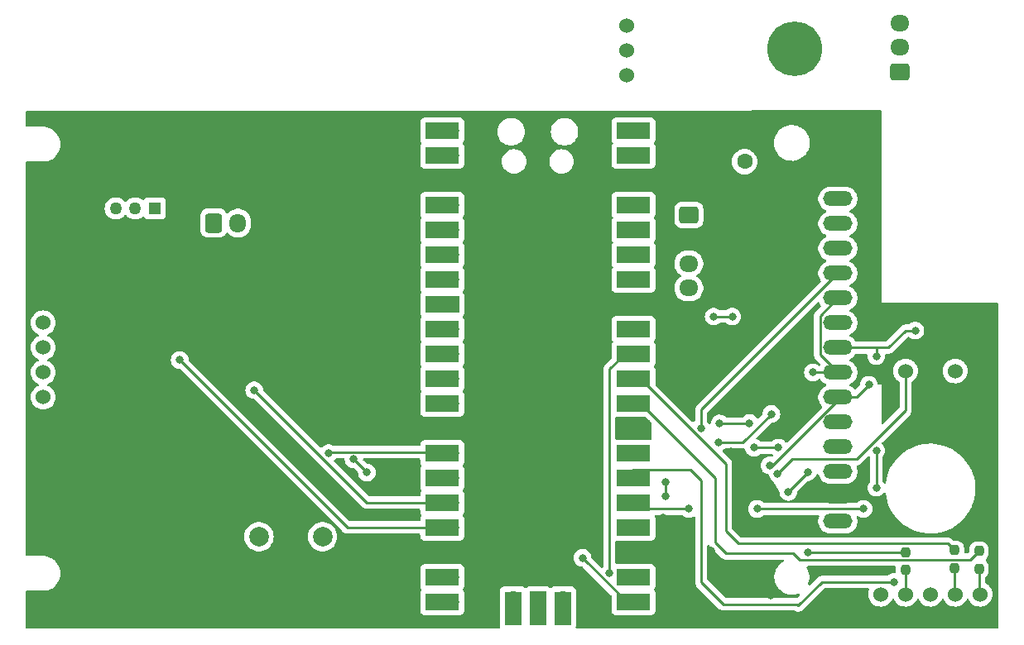
<source format=gbr>
%TF.GenerationSoftware,KiCad,Pcbnew,8.0.5*%
%TF.CreationDate,2024-10-04T09:52:44+09:00*%
%TF.ProjectId,UI__,5549fa7f-2e6b-4696-9361-645f70636258,rev?*%
%TF.SameCoordinates,Original*%
%TF.FileFunction,Copper,L2,Bot*%
%TF.FilePolarity,Positive*%
%FSLAX46Y46*%
G04 Gerber Fmt 4.6, Leading zero omitted, Abs format (unit mm)*
G04 Created by KiCad (PCBNEW 8.0.5) date 2024-10-04 09:52:44*
%MOMM*%
%LPD*%
G01*
G04 APERTURE LIST*
G04 Aperture macros list*
%AMRoundRect*
0 Rectangle with rounded corners*
0 $1 Rounding radius*
0 $2 $3 $4 $5 $6 $7 $8 $9 X,Y pos of 4 corners*
0 Add a 4 corners polygon primitive as box body*
4,1,4,$2,$3,$4,$5,$6,$7,$8,$9,$2,$3,0*
0 Add four circle primitives for the rounded corners*
1,1,$1+$1,$2,$3*
1,1,$1+$1,$4,$5*
1,1,$1+$1,$6,$7*
1,1,$1+$1,$8,$9*
0 Add four rect primitives between the rounded corners*
20,1,$1+$1,$2,$3,$4,$5,0*
20,1,$1+$1,$4,$5,$6,$7,0*
20,1,$1+$1,$6,$7,$8,$9,0*
20,1,$1+$1,$8,$9,$2,$3,0*%
G04 Aperture macros list end*
%TA.AperFunction,ComponentPad*%
%ADD10RoundRect,0.250000X0.725000X-0.600000X0.725000X0.600000X-0.725000X0.600000X-0.725000X-0.600000X0*%
%TD*%
%TA.AperFunction,ComponentPad*%
%ADD11O,1.950000X1.700000*%
%TD*%
%TA.AperFunction,ComponentPad*%
%ADD12O,3.000000X1.500000*%
%TD*%
%TA.AperFunction,ComponentPad*%
%ADD13C,1.524000*%
%TD*%
%TA.AperFunction,ComponentPad*%
%ADD14C,5.600000*%
%TD*%
%TA.AperFunction,ComponentPad*%
%ADD15O,1.700000X1.700000*%
%TD*%
%TA.AperFunction,SMDPad,CuDef*%
%ADD16R,3.500000X1.700000*%
%TD*%
%TA.AperFunction,ComponentPad*%
%ADD17R,1.700000X1.700000*%
%TD*%
%TA.AperFunction,SMDPad,CuDef*%
%ADD18R,1.700000X3.500000*%
%TD*%
%TA.AperFunction,SMDPad,CuDef*%
%ADD19RoundRect,0.237500X-0.237500X0.250000X-0.237500X-0.250000X0.237500X-0.250000X0.237500X0.250000X0*%
%TD*%
%TA.AperFunction,ComponentPad*%
%ADD20C,2.000000*%
%TD*%
%TA.AperFunction,ComponentPad*%
%ADD21RoundRect,0.250000X-0.600000X-0.725000X0.600000X-0.725000X0.600000X0.725000X-0.600000X0.725000X0*%
%TD*%
%TA.AperFunction,ComponentPad*%
%ADD22O,1.700000X1.950000*%
%TD*%
%TA.AperFunction,ComponentPad*%
%ADD23R,1.600000X1.600000*%
%TD*%
%TA.AperFunction,ComponentPad*%
%ADD24C,1.600000*%
%TD*%
%TA.AperFunction,ComponentPad*%
%ADD25RoundRect,0.250000X-0.725000X0.600000X-0.725000X-0.600000X0.725000X-0.600000X0.725000X0.600000X0*%
%TD*%
%TA.AperFunction,ComponentPad*%
%ADD26R,1.270000X1.270000*%
%TD*%
%TA.AperFunction,ComponentPad*%
%ADD27C,1.270000*%
%TD*%
%TA.AperFunction,ViaPad*%
%ADD28C,0.800000*%
%TD*%
%TA.AperFunction,Conductor*%
%ADD29C,0.250000*%
%TD*%
G04 APERTURE END LIST*
D10*
%TO.P,J2,1,Pin_1*%
%TO.N,Net-(J2-Pin_1)*%
X248920000Y-67026800D03*
D11*
%TO.P,J2,2,Pin_2*%
%TO.N,Net-(J2-Pin_2)*%
X248920000Y-64526800D03*
%TO.P,J2,3,Pin_3*%
%TO.N,GND*%
X248920000Y-62026800D03*
%TD*%
D12*
%TO.P,U1,1,VCC*%
%TO.N,+5V*%
X242570000Y-113030000D03*
%TO.P,U1,2,GND*%
%TO.N,GND*%
X242570000Y-110490000D03*
%TO.P,U1,3,CS*%
%TO.N,/CS_TFT*%
X242570000Y-107950000D03*
%TO.P,U1,4,RST*%
%TO.N,/RESET*%
X242570000Y-105410000D03*
%TO.P,U1,5,DC*%
%TO.N,/D{slash}C*%
X242570000Y-102870000D03*
%TO.P,U1,6,MOSI*%
%TO.N,/MOSI*%
X242570000Y-100330000D03*
%TO.P,U1,7,SCK*%
%TO.N,/SCK*%
X242570000Y-97790000D03*
%TO.P,U1,8,LED*%
%TO.N,+3.3V*%
X242570000Y-95250000D03*
%TO.P,U1,9,MISO*%
%TO.N,/MISO*%
X242570000Y-92710000D03*
%TO.P,U1,10,T_CLK*%
%TO.N,/SCK*%
X242570000Y-90170000D03*
%TO.P,U1,11,T_CS*%
%TO.N,/CS_Touch*%
X242570000Y-87630000D03*
%TO.P,U1,12,T_DIN*%
%TO.N,/MOSI*%
X242570000Y-85090000D03*
%TO.P,U1,13,T_DO*%
%TO.N,/MISO*%
X242570000Y-82550000D03*
%TO.P,U1,14,T_IRQ*%
%TO.N,unconnected-(U1-T_IRQ-Pad14)*%
X242570000Y-80010000D03*
D13*
%TO.P,U1,15,SD_CS*%
%TO.N,/CS_SD*%
X161290000Y-100330000D03*
%TO.P,U1,16,SD_MOSI*%
%TO.N,/MOSI*%
X161290000Y-97790000D03*
%TO.P,U1,17,SD_MISO*%
%TO.N,/MISO*%
X161290000Y-95250000D03*
%TO.P,U1,18,SD_SCK*%
%TO.N,/SCK*%
X161290000Y-92710000D03*
%TD*%
%TO.P,ENC1,1,RED*%
%TO.N,Net-(ENC1-RED)*%
X257120000Y-120500000D03*
%TO.P,ENC1,2,GREEN*%
%TO.N,Net-(ENC1-GREEN)*%
X254580000Y-120500000D03*
%TO.P,ENC1,3,SW*%
%TO.N,/SW*%
X252040000Y-120500000D03*
%TO.P,ENC1,4,BLUE*%
%TO.N,Net-(ENC1-BLUE)*%
X249500000Y-120500000D03*
%TO.P,ENC1,5,Anode*%
%TO.N,+3.3V*%
X246960000Y-120500000D03*
%TO.P,ENC1,6,A*%
%TO.N,/ENC_A*%
X254580000Y-97640000D03*
%TO.P,ENC1,7,B*%
%TO.N,/ENC_B*%
X249500000Y-97640000D03*
%TO.P,ENC1,8,C*%
%TO.N,GND*%
X252040000Y-97640000D03*
%TD*%
D14*
%TO.P,REF\u002A\u002A,1*%
%TO.N,N/C*%
X238125000Y-64643000D03*
%TD*%
D13*
%TO.P,SW2,1,Vcc*%
%TO.N,Net-(J2-Pin_1)*%
X220980000Y-67386200D03*
%TO.P,SW2,2,IO*%
%TO.N,Net-(J2-Pin_2)*%
X220980000Y-64846200D03*
%TO.P,SW2,3,GND*%
%TO.N,GND*%
X220980000Y-62306200D03*
%TD*%
D15*
%TO.P,U3,1,GPIO0*%
%TO.N,/RX_main*%
X220780000Y-73020000D03*
D16*
X221680000Y-73020000D03*
D15*
%TO.P,U3,2,GPIO1*%
%TO.N,/TX_main*%
X220780000Y-75560000D03*
D16*
X221680000Y-75560000D03*
D17*
%TO.P,U3,3,GND*%
%TO.N,GND*%
X220780000Y-78100000D03*
D16*
X221680000Y-78100000D03*
D15*
%TO.P,U3,4,GPIO2*%
%TO.N,unconnected-(U3-GPIO2-Pad4)_1*%
X220780000Y-80640000D03*
D16*
%TO.N,unconnected-(U3-GPIO2-Pad4)*%
X221680000Y-80640000D03*
D15*
%TO.P,U3,5,GPIO3*%
%TO.N,unconnected-(U3-GPIO3-Pad5)_1*%
X220780000Y-83180000D03*
D16*
%TO.N,unconnected-(U3-GPIO3-Pad5)*%
X221680000Y-83180000D03*
D15*
%TO.P,U3,6,GPIO4*%
%TO.N,unconnected-(U3-GPIO4-Pad6)_1*%
X220780000Y-85720000D03*
D16*
%TO.N,unconnected-(U3-GPIO4-Pad6)*%
X221680000Y-85720000D03*
D15*
%TO.P,U3,7,GPIO5*%
%TO.N,unconnected-(U3-GPIO5-Pad7)*%
X220780000Y-88260000D03*
D16*
%TO.N,unconnected-(U3-GPIO5-Pad7)_1*%
X221680000Y-88260000D03*
D17*
%TO.P,U3,8,GND*%
%TO.N,GND*%
X220780000Y-90800000D03*
D16*
X221680000Y-90800000D03*
D15*
%TO.P,U3,9,GPIO6*%
%TO.N,unconnected-(U3-GPIO6-Pad9)_1*%
X220780000Y-93340000D03*
D16*
%TO.N,unconnected-(U3-GPIO6-Pad9)*%
X221680000Y-93340000D03*
D15*
%TO.P,U3,10,GPIO7*%
%TO.N,/LED_B*%
X220780000Y-95880000D03*
D16*
X221680000Y-95880000D03*
D15*
%TO.P,U3,11,GPIO8*%
%TO.N,/LED_G*%
X220780000Y-98420000D03*
D16*
X221680000Y-98420000D03*
D15*
%TO.P,U3,12,GPIO9*%
%TO.N,/LED_R*%
X220780000Y-100960000D03*
D16*
X221680000Y-100960000D03*
D17*
%TO.P,U3,13,GND*%
%TO.N,GND*%
X220780000Y-103500000D03*
D16*
X221680000Y-103500000D03*
D15*
%TO.P,U3,14,GPIO10*%
%TO.N,unconnected-(U3-GPIO10-Pad14)*%
X220780000Y-106040000D03*
D16*
%TO.N,unconnected-(U3-GPIO10-Pad14)_1*%
X221680000Y-106040000D03*
D15*
%TO.P,U3,15,GPIO11*%
%TO.N,/SW*%
X220780000Y-108580000D03*
D16*
X221680000Y-108580000D03*
D15*
%TO.P,U3,16,GPIO12*%
%TO.N,/ENC_B*%
X220780000Y-111120000D03*
D16*
X221680000Y-111120000D03*
D15*
%TO.P,U3,17,GPIO13*%
%TO.N,/ENC_A*%
X220780000Y-113660000D03*
D16*
X221680000Y-113660000D03*
D17*
%TO.P,U3,18,GND*%
%TO.N,GND*%
X220780000Y-116200000D03*
D16*
X221680000Y-116200000D03*
D15*
%TO.P,U3,19,GPIO14*%
%TO.N,unconnected-(U3-GPIO14-Pad19)*%
X220780000Y-118740000D03*
D16*
%TO.N,unconnected-(U3-GPIO14-Pad19)_1*%
X221680000Y-118740000D03*
D15*
%TO.P,U3,20,GPIO15*%
%TO.N,/neopi_in*%
X220780000Y-121280000D03*
D16*
X221680000Y-121280000D03*
D15*
%TO.P,U3,21,GPIO16*%
%TO.N,/MISO*%
X203000000Y-121280000D03*
D16*
X202100000Y-121280000D03*
D15*
%TO.P,U3,22,GPIO17*%
%TO.N,/CS_TFT*%
X203000000Y-118740000D03*
D16*
X202100000Y-118740000D03*
D17*
%TO.P,U3,23,GND*%
%TO.N,GND*%
X203000000Y-116200000D03*
D16*
X202100000Y-116200000D03*
D15*
%TO.P,U3,24,GPIO18*%
%TO.N,/SCK*%
X203000000Y-113660000D03*
D16*
X202100000Y-113660000D03*
D15*
%TO.P,U3,25,GPIO19*%
%TO.N,/MOSI*%
X203000000Y-111120000D03*
D16*
X202100000Y-111120000D03*
D15*
%TO.P,U3,26,GPIO20*%
%TO.N,/CS_Touch*%
X203000000Y-108580000D03*
D16*
X202100000Y-108580000D03*
D15*
%TO.P,U3,27,GPIO21*%
%TO.N,/CS_SD*%
X203000000Y-106040000D03*
D16*
X202100000Y-106040000D03*
D17*
%TO.P,U3,28,GND*%
%TO.N,GND*%
X203000000Y-103500000D03*
D16*
X202100000Y-103500000D03*
D15*
%TO.P,U3,29,GPIO22*%
%TO.N,/D{slash}C*%
X203000000Y-100960000D03*
D16*
X202100000Y-100960000D03*
D15*
%TO.P,U3,30,RUN*%
%TO.N,/enable_pico*%
X203000000Y-98420000D03*
D16*
X202100000Y-98420000D03*
D15*
%TO.P,U3,31,GPIO26_ADC0*%
%TO.N,/RESET*%
X203000000Y-95880000D03*
D16*
X202100000Y-95880000D03*
D15*
%TO.P,U3,32,GPIO27_ADC1*%
%TO.N,/IO*%
X203000000Y-93340000D03*
D16*
X202100000Y-93340000D03*
D17*
%TO.P,U3,33,AGND*%
%TO.N,unconnected-(U3-AGND-Pad33)_1*%
X203000000Y-90800000D03*
D16*
%TO.N,unconnected-(U3-AGND-Pad33)*%
X202100000Y-90800000D03*
D15*
%TO.P,U3,34,GPIO28_ADC2*%
%TO.N,unconnected-(U3-GPIO28_ADC2-Pad34)_1*%
X203000000Y-88260000D03*
D16*
%TO.N,unconnected-(U3-GPIO28_ADC2-Pad34)*%
X202100000Y-88260000D03*
D15*
%TO.P,U3,35,ADC_VREF*%
%TO.N,unconnected-(U3-ADC_VREF-Pad35)*%
X203000000Y-85720000D03*
D16*
%TO.N,unconnected-(U3-ADC_VREF-Pad35)_1*%
X202100000Y-85720000D03*
D15*
%TO.P,U3,36,3V3*%
%TO.N,+3.3V*%
X203000000Y-83180000D03*
D16*
X202100000Y-83180000D03*
D15*
%TO.P,U3,37,3V3_EN*%
%TO.N,unconnected-(U3-3V3_EN-Pad37)*%
X203000000Y-80640000D03*
D16*
%TO.N,unconnected-(U3-3V3_EN-Pad37)_1*%
X202100000Y-80640000D03*
D17*
%TO.P,U3,38,GND*%
%TO.N,GND*%
X203000000Y-78100000D03*
D16*
X202100000Y-78100000D03*
D15*
%TO.P,U3,39,VSYS*%
%TO.N,+5V*%
X203000000Y-75560000D03*
D16*
X202100000Y-75560000D03*
D15*
%TO.P,U3,40,VBUS*%
%TO.N,unconnected-(U3-VBUS-Pad40)*%
X203000000Y-73020000D03*
D16*
%TO.N,unconnected-(U3-VBUS-Pad40)_1*%
X202100000Y-73020000D03*
D15*
%TO.P,U3,41,SWCLK*%
%TO.N,unconnected-(U3-SWCLK-Pad41)_1*%
X214430000Y-121050000D03*
D18*
%TO.N,unconnected-(U3-SWCLK-Pad41)*%
X214430000Y-121950000D03*
D17*
%TO.P,U3,42,GND*%
%TO.N,unconnected-(U3-GND-Pad42)_1*%
X211890000Y-121050000D03*
D18*
%TO.N,unconnected-(U3-GND-Pad42)*%
X211890000Y-121950000D03*
D15*
%TO.P,U3,43,SWDIO*%
%TO.N,unconnected-(U3-SWDIO-Pad43)_1*%
X209350000Y-121050000D03*
D18*
%TO.N,unconnected-(U3-SWDIO-Pad43)*%
X209350000Y-121950000D03*
%TD*%
D19*
%TO.P,R1,1*%
%TO.N,/LED_R*%
X257000000Y-116087500D03*
%TO.P,R1,2*%
%TO.N,Net-(ENC1-RED)*%
X257000000Y-117912500D03*
%TD*%
%TO.P,R2,1*%
%TO.N,/LED_G*%
X254500000Y-116000000D03*
%TO.P,R2,2*%
%TO.N,Net-(ENC1-GREEN)*%
X254500000Y-117825000D03*
%TD*%
D20*
%TO.P,SW1,1,1*%
%TO.N,/enable_pico*%
X189865000Y-114590000D03*
X183365000Y-114590000D03*
%TO.P,SW1,2,2*%
%TO.N,GND*%
X189865000Y-119090000D03*
X183365000Y-119090000D03*
%TD*%
D19*
%TO.P,R3,1*%
%TO.N,/LED_B*%
X249500000Y-116175000D03*
%TO.P,R3,2*%
%TO.N,Net-(ENC1-BLUE)*%
X249500000Y-118000000D03*
%TD*%
D21*
%TO.P,J4,1,Pin_1*%
%TO.N,+5V*%
X178720520Y-82500000D03*
D22*
%TO.P,J4,2,Pin_2*%
%TO.N,/IO*%
X181220520Y-82500000D03*
%TO.P,J4,3,Pin_3*%
%TO.N,GND*%
X183720520Y-82500000D03*
%TD*%
D23*
%TO.P,C1,1*%
%TO.N,GND*%
X233045000Y-73700000D03*
D24*
%TO.P,C1,2*%
%TO.N,+5V*%
X233045000Y-76200000D03*
%TD*%
D25*
%TO.P,J1,1,Pin_1*%
%TO.N,+5V*%
X227330000Y-81654000D03*
D11*
%TO.P,J1,2,Pin_2*%
%TO.N,GND*%
X227330000Y-84154000D03*
%TO.P,J1,3,Pin_3*%
%TO.N,/RX_main*%
X227330000Y-86654000D03*
%TO.P,J1,4,Pin_4*%
%TO.N,/TX_main*%
X227330000Y-89154000D03*
%TD*%
D26*
%TO.P,J5,1,Pin_1*%
%TO.N,unconnected-(J5-Pin_1-Pad1)*%
X172720000Y-81000120D03*
D27*
%TO.P,J5,2,Pin_2*%
%TO.N,/neopi_in*%
X170718480Y-81000000D03*
%TO.P,J5,3,Pin_3*%
%TO.N,+5V*%
X168722040Y-81000000D03*
%TO.P,J5,4,Pin_4*%
%TO.N,GND*%
X166720520Y-81000000D03*
%TD*%
D28*
%TO.N,GND*%
X229235000Y-87630000D03*
X217551000Y-110998000D03*
X233172000Y-107696000D03*
X238760000Y-93980000D03*
X173990000Y-114300000D03*
X199263000Y-109982000D03*
X170180000Y-101600000D03*
X218440000Y-83820000D03*
X236220000Y-78740000D03*
X246380000Y-73660000D03*
X212090000Y-83820000D03*
X198120000Y-83820000D03*
X257175000Y-113665000D03*
X256540000Y-103505000D03*
X239268000Y-113538000D03*
X205613000Y-96012000D03*
X179070000Y-123190000D03*
X225298000Y-115570000D03*
X236220000Y-104140000D03*
X214376000Y-118618000D03*
X241554000Y-118110000D03*
X225171000Y-98552000D03*
X217805000Y-101219000D03*
X170180000Y-110490000D03*
X252095000Y-100330000D03*
X179070000Y-110490000D03*
X236220000Y-88900000D03*
X190500000Y-83820000D03*
X173990000Y-123190000D03*
X161290000Y-123190000D03*
X246380000Y-83820000D03*
X182880000Y-83820000D03*
X177165000Y-86360000D03*
X225298000Y-121158000D03*
X165100000Y-99060000D03*
X182880000Y-92075000D03*
X161290000Y-107950000D03*
X189865000Y-102870000D03*
X176530000Y-93980000D03*
X248285000Y-113665000D03*
X205486000Y-87249000D03*
X204851000Y-113665000D03*
X234950000Y-99060000D03*
X229616000Y-116078000D03*
X197231000Y-116205000D03*
X231775000Y-118745000D03*
X182753000Y-101727000D03*
X247650000Y-93345000D03*
X199390000Y-104394000D03*
X224790000Y-81915000D03*
X240030000Y-100330000D03*
X177165000Y-76835000D03*
X232410000Y-112522000D03*
X212090000Y-90170000D03*
X235712000Y-120650000D03*
X171450000Y-88900000D03*
X218440000Y-73660000D03*
X217678000Y-96012000D03*
X233045000Y-71755000D03*
X161290000Y-71755000D03*
X198120000Y-96520000D03*
X225298000Y-94234000D03*
X217678000Y-92964000D03*
X246253000Y-86868000D03*
X198120000Y-73660000D03*
X196850000Y-112141000D03*
X205105000Y-104140000D03*
X198120000Y-78740000D03*
X229362000Y-94107000D03*
X232410000Y-101600000D03*
X194310000Y-102235000D03*
X196342000Y-107696000D03*
X205105000Y-121158000D03*
X198120000Y-123190000D03*
X217678000Y-98171000D03*
X232410000Y-94615000D03*
X232410000Y-90170000D03*
X232410000Y-110490000D03*
X192786000Y-116332000D03*
X238760000Y-110490000D03*
X190500000Y-78740000D03*
X179070000Y-118110000D03*
X161290000Y-83820000D03*
X241300000Y-73660000D03*
X205740000Y-74930000D03*
X241935000Y-123190000D03*
X214122000Y-116205000D03*
X190500000Y-73660000D03*
X175260000Y-105410000D03*
X171450000Y-95250000D03*
X197739000Y-119126000D03*
X189738000Y-108712000D03*
X224663000Y-112649000D03*
X235712000Y-113538000D03*
X227330000Y-100711000D03*
X238125000Y-101600000D03*
X212090000Y-80010000D03*
X194945000Y-109855000D03*
X237490000Y-96520000D03*
X228600000Y-74930000D03*
X236220000Y-83820000D03*
X240665000Y-109220000D03*
X161290000Y-112395000D03*
X172720000Y-79375000D03*
X248285000Y-123190000D03*
X217551000Y-114300000D03*
X161290000Y-88900000D03*
X165100000Y-95250000D03*
X217678000Y-105664000D03*
X173990000Y-99060000D03*
X165100000Y-115570000D03*
X225425000Y-87630000D03*
X235585000Y-110490000D03*
X231140000Y-78740000D03*
X205359000Y-108331000D03*
X217170000Y-103505000D03*
X180340000Y-99060000D03*
X165100000Y-105410000D03*
X229235000Y-98552000D03*
X204978000Y-116332000D03*
X217551000Y-121285000D03*
X228092000Y-121158000D03*
X182880000Y-73660000D03*
X231648000Y-105918000D03*
X257175000Y-123190000D03*
X205740000Y-83820000D03*
X167640000Y-73660000D03*
X198120000Y-88900000D03*
X175260000Y-73660000D03*
X217551000Y-108458000D03*
X244475000Y-120650000D03*
X192786000Y-112268000D03*
X184785000Y-97790000D03*
X205232000Y-111125000D03*
X218440000Y-90170000D03*
X225298000Y-118618000D03*
X257175000Y-95885000D03*
X190500000Y-88900000D03*
X246380000Y-78740000D03*
X205486000Y-99695000D03*
X248920000Y-104140000D03*
X161290000Y-77470000D03*
X192532000Y-119507000D03*
X192405000Y-123190000D03*
X247650000Y-101600000D03*
X168275000Y-118745000D03*
X190500000Y-96520000D03*
%TO.N,/ENC_A*%
X245200000Y-111760000D03*
X234315000Y-111760000D03*
%TO.N,/ENC_B*%
X227330000Y-111760000D03*
X236410500Y-108140500D03*
%TO.N,/SW*%
X248285000Y-119253000D03*
%TO.N,+3.3V*%
X246507000Y-109601000D03*
X246507000Y-96139000D03*
X250500000Y-93500000D03*
X246507000Y-105791000D03*
X231775000Y-92075000D03*
X229870000Y-92075000D03*
%TO.N,/neopi_in*%
X193040000Y-106680000D03*
X216470000Y-116775000D03*
X194402653Y-108042653D03*
%TO.N,/LED_B*%
X239522000Y-116205000D03*
X219202000Y-118364000D03*
%TO.N,/CS_TFT*%
X239500000Y-108000000D03*
X237500000Y-110000000D03*
%TO.N,/RESET*%
X236500000Y-105500000D03*
X234000000Y-105500000D03*
%TO.N,/D{slash}C*%
X230487347Y-103012653D03*
X233532653Y-102967347D03*
%TO.N,/MOSI*%
X245745000Y-99060000D03*
X235585000Y-107315000D03*
X182880000Y-99605000D03*
%TO.N,/SCK*%
X175260000Y-96520000D03*
X230378000Y-104951847D03*
X235775500Y-102044500D03*
X224917000Y-110490000D03*
X240030000Y-97790000D03*
X224917000Y-109030000D03*
%TO.N,/CS_Touch*%
X228600000Y-103505000D03*
%TO.N,/CS_SD*%
X190500000Y-106045000D03*
%TD*%
D29*
%TO.N,/ENC_A*%
X234315000Y-111760000D02*
X245200000Y-111760000D01*
%TO.N,/ENC_B*%
X221420000Y-111760000D02*
X220780000Y-111120000D01*
X249500000Y-97640000D02*
X249500000Y-101655000D01*
X237871000Y-106680000D02*
X236410500Y-108140500D01*
X244475000Y-106680000D02*
X237871000Y-106680000D01*
X249500000Y-101655000D02*
X244475000Y-106680000D01*
X227330000Y-111760000D02*
X221420000Y-111760000D01*
%TO.N,Net-(ENC1-RED)*%
X257000000Y-120380000D02*
X257120000Y-120500000D01*
X257000000Y-117912500D02*
X257000000Y-120380000D01*
%TO.N,Net-(ENC1-GREEN)*%
X254500000Y-117825000D02*
X254500000Y-120420000D01*
X254500000Y-120420000D02*
X254580000Y-120500000D01*
%TO.N,/SW*%
X227491000Y-107730000D02*
X221630000Y-107730000D01*
X238506000Y-121666000D02*
X238379000Y-121539000D01*
X248285000Y-119253000D02*
X240919000Y-119253000D01*
X238379000Y-121539000D02*
X230886000Y-121539000D01*
X240919000Y-119253000D02*
X238506000Y-121666000D01*
X230886000Y-121539000D02*
X228600000Y-119253000D01*
X221630000Y-107730000D02*
X220780000Y-108580000D01*
X228600000Y-119253000D02*
X228600000Y-108839000D01*
X228600000Y-108839000D02*
X227491000Y-107730000D01*
%TO.N,Net-(ENC1-BLUE)*%
X249500000Y-118000000D02*
X249500000Y-120500000D01*
%TO.N,+3.3V*%
X246507000Y-96139000D02*
X246507000Y-95250000D01*
X246507000Y-95250000D02*
X242570000Y-95250000D01*
X246507000Y-109601000D02*
X246507000Y-105791000D01*
X247750000Y-95250000D02*
X246507000Y-95250000D01*
X250500000Y-93500000D02*
X249500000Y-93500000D01*
X229870000Y-92075000D02*
X231775000Y-92075000D01*
X249500000Y-93500000D02*
X247750000Y-95250000D01*
%TO.N,/neopi_in*%
X216470000Y-116775000D02*
X220780000Y-121085000D01*
X193040000Y-106680000D02*
X194402653Y-108042653D01*
X220780000Y-121085000D02*
X220780000Y-121280000D01*
%TO.N,/LED_R*%
X229997000Y-115189000D02*
X229997000Y-108567000D01*
X231121000Y-116313000D02*
X229997000Y-115189000D01*
X222390000Y-100960000D02*
X220780000Y-100960000D01*
X256120500Y-116967000D02*
X254381000Y-116967000D01*
X238652917Y-116987500D02*
X237978417Y-116313000D01*
X237978417Y-116313000D02*
X231121000Y-116313000D01*
X254360500Y-116987500D02*
X238652917Y-116987500D01*
X257000000Y-116087500D02*
X256120500Y-116967000D01*
X254381000Y-116967000D02*
X254360500Y-116987500D01*
X229997000Y-108567000D02*
X222390000Y-100960000D01*
%TO.N,/LED_G*%
X222390000Y-98420000D02*
X231140000Y-107170000D01*
X231140000Y-107170000D02*
X231140000Y-114046000D01*
X232410000Y-115316000D02*
X253816000Y-115316000D01*
X220780000Y-98420000D02*
X222390000Y-98420000D01*
X253816000Y-115316000D02*
X254500000Y-116000000D01*
X231140000Y-114046000D02*
X232410000Y-115316000D01*
%TO.N,/LED_B*%
X249500000Y-116175000D02*
X239552000Y-116175000D01*
X219202000Y-118364000D02*
X219202000Y-97458000D01*
X239552000Y-116175000D02*
X239522000Y-116205000D01*
X219202000Y-97458000D02*
X220780000Y-95880000D01*
%TO.N,/CS_TFT*%
X239500000Y-108000000D02*
X237500000Y-110000000D01*
%TO.N,/RESET*%
X236500000Y-105500000D02*
X234000000Y-105500000D01*
%TO.N,/D{slash}C*%
X233532653Y-102967347D02*
X233487347Y-103012653D01*
X233487347Y-103012653D02*
X230487347Y-103012653D01*
%TO.N,/MOSI*%
X245745000Y-99060000D02*
X244475000Y-100330000D01*
X182880000Y-99605000D02*
X194395000Y-111120000D01*
X242570000Y-100599720D02*
X242570000Y-100330000D01*
X235854720Y-107315000D02*
X242570000Y-100599720D01*
X235585000Y-107315000D02*
X235854720Y-107315000D01*
X244475000Y-100330000D02*
X242570000Y-100330000D01*
X194395000Y-111120000D02*
X203000000Y-111120000D01*
%TO.N,/SCK*%
X230378000Y-104951847D02*
X232868153Y-104951847D01*
X242570000Y-90170000D02*
X240745000Y-91995000D01*
X240030000Y-97790000D02*
X242570000Y-97790000D01*
X240745000Y-91995000D02*
X240745000Y-95965000D01*
X224917000Y-109030000D02*
X224917000Y-110490000D01*
X175260000Y-96520000D02*
X192400000Y-113660000D01*
X232868153Y-104951847D02*
X235775500Y-102044500D01*
X240745000Y-95965000D02*
X242570000Y-97790000D01*
X192400000Y-113660000D02*
X203000000Y-113660000D01*
%TO.N,/CS_Touch*%
X228600000Y-103505000D02*
X228600000Y-101600000D01*
X228600000Y-101600000D02*
X242570000Y-87630000D01*
%TO.N,/CS_SD*%
X190500000Y-106045000D02*
X190590000Y-105955000D01*
X190590000Y-105955000D02*
X202915000Y-105955000D01*
X202915000Y-105955000D02*
X203000000Y-106040000D01*
%TD*%
%TA.AperFunction,Conductor*%
%TO.N,GND*%
G36*
X229430703Y-115475301D02*
G01*
X229452601Y-115500122D01*
X229466513Y-115520942D01*
X229466514Y-115520943D01*
X229511141Y-115587732D01*
X229511144Y-115587736D01*
X229602586Y-115679178D01*
X229602608Y-115679198D01*
X230632016Y-116708606D01*
X230632045Y-116708637D01*
X230722263Y-116798855D01*
X230722271Y-116798861D01*
X230769621Y-116830499D01*
X230769623Y-116830500D01*
X230824714Y-116867312D01*
X230905207Y-116900652D01*
X230938548Y-116914463D01*
X230948977Y-116916537D01*
X230968053Y-116920332D01*
X230968073Y-116920335D01*
X230968095Y-116920340D01*
X231059391Y-116938499D01*
X231059392Y-116938500D01*
X231059393Y-116938500D01*
X231059394Y-116938500D01*
X236950096Y-116938500D01*
X237017135Y-116958185D01*
X237062890Y-117010989D01*
X237072834Y-117080147D01*
X237043809Y-117143703D01*
X237012096Y-117169887D01*
X236857830Y-117258953D01*
X236647657Y-117426559D01*
X236464820Y-117623613D01*
X236313394Y-117845715D01*
X236313392Y-117845719D01*
X236196761Y-118087903D01*
X236196760Y-118087906D01*
X236196759Y-118087909D01*
X236185570Y-118124184D01*
X236117527Y-118344772D01*
X236117526Y-118344777D01*
X236117525Y-118344781D01*
X236109164Y-118400251D01*
X236077460Y-118610587D01*
X236077460Y-118879412D01*
X236086977Y-118942548D01*
X236117525Y-119145219D01*
X236117526Y-119145221D01*
X236117527Y-119145227D01*
X236196759Y-119402091D01*
X236313391Y-119644280D01*
X236313393Y-119644282D01*
X236313394Y-119644285D01*
X236441600Y-119832328D01*
X236464822Y-119866389D01*
X236647657Y-120063440D01*
X236647661Y-120063443D01*
X236647662Y-120063444D01*
X236857830Y-120231047D01*
X237090630Y-120365455D01*
X237340862Y-120463664D01*
X237340874Y-120463666D01*
X237340875Y-120463667D01*
X237602937Y-120523480D01*
X237870997Y-120543569D01*
X237871000Y-120543569D01*
X237871003Y-120543569D01*
X238072047Y-120528502D01*
X238139063Y-120523480D01*
X238401138Y-120463664D01*
X238543546Y-120407772D01*
X238613140Y-120401604D01*
X238675024Y-120434042D01*
X238709547Y-120494787D01*
X238705748Y-120564553D01*
X238676527Y-120610882D01*
X238410229Y-120877181D01*
X238348906Y-120910666D01*
X238322548Y-120913500D01*
X231196452Y-120913500D01*
X231129413Y-120893815D01*
X231108771Y-120877181D01*
X229261819Y-119030229D01*
X229228334Y-118968906D01*
X229225500Y-118942548D01*
X229225500Y-115569014D01*
X229245185Y-115501975D01*
X229297989Y-115456220D01*
X229367147Y-115446276D01*
X229430703Y-115475301D01*
G37*
%TD.AperFunction*%
%TA.AperFunction,Conductor*%
G36*
X248467539Y-117632685D02*
G01*
X248513294Y-117685489D01*
X248524500Y-117737000D01*
X248524500Y-118230163D01*
X248504815Y-118297202D01*
X248452011Y-118342957D01*
X248386183Y-118352422D01*
X248386104Y-118353179D01*
X248383109Y-118352864D01*
X248382853Y-118352901D01*
X248381976Y-118352745D01*
X248379646Y-118352500D01*
X248190354Y-118352500D01*
X248187160Y-118353179D01*
X248005197Y-118391855D01*
X248005192Y-118391857D01*
X247832270Y-118468848D01*
X247832265Y-118468851D01*
X247679130Y-118580110D01*
X247679126Y-118580114D01*
X247673400Y-118586474D01*
X247613913Y-118623121D01*
X247581252Y-118627500D01*
X240857389Y-118627500D01*
X240796971Y-118639518D01*
X240753743Y-118648116D01*
X240736546Y-118651537D01*
X240622716Y-118698687D01*
X240548305Y-118748408D01*
X240548304Y-118748409D01*
X240520263Y-118767144D01*
X239745390Y-119542017D01*
X239684067Y-119575502D01*
X239614375Y-119570518D01*
X239558442Y-119528646D01*
X239534025Y-119463182D01*
X239544785Y-119406898D01*
X239543545Y-119406412D01*
X239545239Y-119402095D01*
X239545238Y-119402095D01*
X239545241Y-119402091D01*
X239624475Y-119145219D01*
X239664540Y-118879407D01*
X239664540Y-118879397D01*
X239664541Y-118879391D01*
X239667051Y-118745000D01*
X239664541Y-118610608D01*
X239664540Y-118610601D01*
X239664540Y-118610593D01*
X239624475Y-118344781D01*
X239545241Y-118087909D01*
X239428606Y-117845716D01*
X239402107Y-117806848D01*
X239380608Y-117740372D01*
X239398462Y-117672822D01*
X239450002Y-117625648D01*
X239504562Y-117613000D01*
X248400500Y-117613000D01*
X248467539Y-117632685D01*
G37*
%TD.AperFunction*%
%TA.AperFunction,Conductor*%
G36*
X240594977Y-90592126D02*
G01*
X240650910Y-90633998D01*
X240662128Y-90652013D01*
X240738551Y-90802000D01*
X240750476Y-90825405D01*
X240805854Y-90901626D01*
X240829334Y-90967431D01*
X240813509Y-91035485D01*
X240793217Y-91062192D01*
X240259144Y-91596264D01*
X240259138Y-91596272D01*
X240190690Y-91698708D01*
X240190688Y-91698713D01*
X240170658Y-91747071D01*
X240144391Y-91810486D01*
X240144387Y-91810497D01*
X240143537Y-91812547D01*
X240143536Y-91812549D01*
X240127624Y-91892549D01*
X240127624Y-91892550D01*
X240119500Y-91933391D01*
X240119500Y-96026610D01*
X240141856Y-96139000D01*
X240143537Y-96147452D01*
X240145306Y-96151722D01*
X240154846Y-96174754D01*
X240154845Y-96174754D01*
X240190685Y-96261281D01*
X240190690Y-96261290D01*
X240221817Y-96307873D01*
X240221818Y-96307874D01*
X240259141Y-96363733D01*
X240350586Y-96455178D01*
X240350608Y-96455198D01*
X240793217Y-96897807D01*
X240826702Y-96959130D01*
X240821718Y-97028822D01*
X240805851Y-97058378D01*
X240792076Y-97077336D01*
X240736744Y-97119999D01*
X240667131Y-97125975D01*
X240618876Y-97104764D01*
X240482734Y-97005851D01*
X240482729Y-97005848D01*
X240309807Y-96928857D01*
X240309802Y-96928855D01*
X240163728Y-96897807D01*
X240124646Y-96889500D01*
X239935354Y-96889500D01*
X239902897Y-96896398D01*
X239750197Y-96928855D01*
X239750192Y-96928857D01*
X239577270Y-97005848D01*
X239577265Y-97005851D01*
X239424129Y-97117111D01*
X239297466Y-97257785D01*
X239202821Y-97421715D01*
X239202818Y-97421722D01*
X239144327Y-97601740D01*
X239144326Y-97601744D01*
X239124540Y-97790000D01*
X239144326Y-97978256D01*
X239144327Y-97978259D01*
X239202818Y-98158277D01*
X239202821Y-98158284D01*
X239297467Y-98322216D01*
X239388810Y-98423662D01*
X239424129Y-98462888D01*
X239577265Y-98574148D01*
X239577270Y-98574151D01*
X239750192Y-98651142D01*
X239750197Y-98651144D01*
X239935354Y-98690500D01*
X239935355Y-98690500D01*
X240124644Y-98690500D01*
X240124646Y-98690500D01*
X240309803Y-98651144D01*
X240482730Y-98574151D01*
X240618878Y-98475233D01*
X240684682Y-98451755D01*
X240752736Y-98467580D01*
X240792078Y-98502667D01*
X240844016Y-98574151D01*
X240866172Y-98604646D01*
X241005354Y-98743828D01*
X241164595Y-98859524D01*
X241287992Y-98922397D01*
X241341213Y-98949515D01*
X241392009Y-98997489D01*
X241408804Y-99065310D01*
X241386267Y-99131445D01*
X241341213Y-99170485D01*
X241164594Y-99260476D01*
X241085595Y-99317873D01*
X241005354Y-99376172D01*
X241005352Y-99376174D01*
X241005351Y-99376174D01*
X240866174Y-99515351D01*
X240866174Y-99515352D01*
X240866172Y-99515354D01*
X240857877Y-99526771D01*
X240750476Y-99674594D01*
X240661117Y-99849970D01*
X240600290Y-100037173D01*
X240569500Y-100231577D01*
X240569500Y-100428422D01*
X240600290Y-100622826D01*
X240661117Y-100810029D01*
X240739397Y-100963662D01*
X240750476Y-100985405D01*
X240866172Y-101144646D01*
X240866174Y-101144648D01*
X240915646Y-101194120D01*
X240949131Y-101255443D01*
X240944147Y-101325135D01*
X240915646Y-101369482D01*
X237365113Y-104920015D01*
X237303790Y-104953500D01*
X237234098Y-104948516D01*
X237185282Y-104915307D01*
X237105871Y-104827112D01*
X237105867Y-104827109D01*
X236952734Y-104715851D01*
X236952729Y-104715848D01*
X236779807Y-104638857D01*
X236779802Y-104638855D01*
X236634001Y-104607865D01*
X236594646Y-104599500D01*
X236405354Y-104599500D01*
X236372897Y-104606398D01*
X236220197Y-104638855D01*
X236220192Y-104638857D01*
X236047270Y-104715848D01*
X236047265Y-104715851D01*
X235894130Y-104827110D01*
X235894126Y-104827114D01*
X235888400Y-104833474D01*
X235828913Y-104870121D01*
X235796252Y-104874500D01*
X234703748Y-104874500D01*
X234636709Y-104854815D01*
X234611600Y-104833474D01*
X234605873Y-104827114D01*
X234605869Y-104827110D01*
X234452734Y-104715851D01*
X234452732Y-104715850D01*
X234296502Y-104646290D01*
X234243266Y-104601039D01*
X234222945Y-104534190D01*
X234241991Y-104466966D01*
X234259253Y-104445335D01*
X235723272Y-102981319D01*
X235784595Y-102947834D01*
X235810953Y-102945000D01*
X235870144Y-102945000D01*
X235870146Y-102945000D01*
X236055303Y-102905644D01*
X236228230Y-102828651D01*
X236381371Y-102717388D01*
X236508033Y-102576716D01*
X236602679Y-102412784D01*
X236661174Y-102232756D01*
X236680960Y-102044500D01*
X236661174Y-101856244D01*
X236602679Y-101676216D01*
X236508033Y-101512284D01*
X236381371Y-101371612D01*
X236381370Y-101371611D01*
X236228234Y-101260351D01*
X236228229Y-101260348D01*
X236055307Y-101183357D01*
X236055302Y-101183355D01*
X235909501Y-101152365D01*
X235870146Y-101144000D01*
X235680854Y-101144000D01*
X235648397Y-101150898D01*
X235495697Y-101183355D01*
X235495692Y-101183357D01*
X235322770Y-101260348D01*
X235322765Y-101260351D01*
X235169629Y-101371611D01*
X235042966Y-101512285D01*
X234948321Y-101676215D01*
X234948318Y-101676222D01*
X234935196Y-101716609D01*
X234889826Y-101856244D01*
X234872179Y-102024149D01*
X234845594Y-102088763D01*
X234836539Y-102098868D01*
X234465503Y-102469904D01*
X234404180Y-102503389D01*
X234334488Y-102498405D01*
X234278555Y-102456533D01*
X234270437Y-102444226D01*
X234265186Y-102435131D01*
X234138524Y-102294459D01*
X234138523Y-102294458D01*
X233985387Y-102183198D01*
X233985382Y-102183195D01*
X233812460Y-102106204D01*
X233812455Y-102106202D01*
X233666654Y-102075212D01*
X233627299Y-102066847D01*
X233438007Y-102066847D01*
X233405550Y-102073745D01*
X233252850Y-102106202D01*
X233252845Y-102106204D01*
X233079923Y-102183195D01*
X233079918Y-102183198D01*
X232926783Y-102294457D01*
X232926776Y-102294463D01*
X232880261Y-102346125D01*
X232820775Y-102382774D01*
X232788111Y-102387153D01*
X231191095Y-102387153D01*
X231124056Y-102367468D01*
X231098947Y-102346127D01*
X231093220Y-102339767D01*
X231093216Y-102339763D01*
X230940081Y-102228504D01*
X230940076Y-102228501D01*
X230767154Y-102151510D01*
X230767149Y-102151508D01*
X230621348Y-102120518D01*
X230581993Y-102112153D01*
X230392701Y-102112153D01*
X230360244Y-102119051D01*
X230207544Y-102151508D01*
X230207539Y-102151510D01*
X230034617Y-102228501D01*
X230034612Y-102228504D01*
X229881476Y-102339764D01*
X229754813Y-102480438D01*
X229660168Y-102644368D01*
X229660165Y-102644375D01*
X229601674Y-102824393D01*
X229601673Y-102824397D01*
X229586921Y-102964760D01*
X229560336Y-103029374D01*
X229503039Y-103069359D01*
X229433220Y-103072019D01*
X229373046Y-103036510D01*
X229356213Y-103013798D01*
X229332534Y-102972785D01*
X229257350Y-102889284D01*
X229227120Y-102826292D01*
X229225500Y-102806312D01*
X229225500Y-101910452D01*
X229245185Y-101843413D01*
X229261819Y-101822771D01*
X234823309Y-96261281D01*
X240463964Y-90620625D01*
X240525285Y-90587142D01*
X240594977Y-90592126D01*
G37*
%TD.AperFunction*%
%TA.AperFunction,Conductor*%
G36*
X220726425Y-102310971D02*
G01*
X220780000Y-102315659D01*
X220833575Y-102310971D01*
X220844384Y-102310499D01*
X222804547Y-102310499D01*
X222871586Y-102330184D01*
X222892228Y-102346818D01*
X223483681Y-102938271D01*
X223517166Y-102999594D01*
X223520000Y-103025952D01*
X223520000Y-104565500D01*
X223500315Y-104632539D01*
X223447511Y-104678294D01*
X223396000Y-104689500D01*
X220844385Y-104689500D01*
X220833578Y-104689028D01*
X220780001Y-104684341D01*
X220779997Y-104684341D01*
X220726419Y-104689028D01*
X220715613Y-104689500D01*
X219951500Y-104689500D01*
X219884461Y-104669815D01*
X219838706Y-104617011D01*
X219827500Y-104565500D01*
X219827500Y-102434499D01*
X219847185Y-102367460D01*
X219899989Y-102321705D01*
X219951495Y-102310499D01*
X220715616Y-102310499D01*
X220726425Y-102310971D01*
G37*
%TD.AperFunction*%
%TA.AperFunction,Conductor*%
G36*
X192079471Y-106600185D02*
G01*
X192125226Y-106652989D01*
X192135752Y-106691535D01*
X192154326Y-106868256D01*
X192154327Y-106868259D01*
X192212818Y-107048277D01*
X192212821Y-107048284D01*
X192307467Y-107212216D01*
X192403479Y-107318848D01*
X192434129Y-107352888D01*
X192587265Y-107464148D01*
X192587270Y-107464151D01*
X192760192Y-107541142D01*
X192760197Y-107541144D01*
X192945354Y-107580500D01*
X193004548Y-107580500D01*
X193071587Y-107600185D01*
X193092229Y-107616819D01*
X193463691Y-107988282D01*
X193497176Y-108049605D01*
X193499331Y-108063001D01*
X193503131Y-108099151D01*
X193516979Y-108230909D01*
X193516980Y-108230912D01*
X193575471Y-108410930D01*
X193575474Y-108410937D01*
X193670120Y-108574869D01*
X193758222Y-108672716D01*
X193796782Y-108715541D01*
X193949918Y-108826801D01*
X193949923Y-108826804D01*
X194122845Y-108903795D01*
X194122850Y-108903797D01*
X194308007Y-108943153D01*
X194308008Y-108943153D01*
X194497297Y-108943153D01*
X194497299Y-108943153D01*
X194682456Y-108903797D01*
X194855383Y-108826804D01*
X195008524Y-108715541D01*
X195135186Y-108574869D01*
X195229832Y-108410937D01*
X195288327Y-108230909D01*
X195308113Y-108042653D01*
X195288327Y-107854397D01*
X195229832Y-107674369D01*
X195135186Y-107510437D01*
X195008524Y-107369765D01*
X195008523Y-107369764D01*
X194855387Y-107258504D01*
X194855382Y-107258501D01*
X194682460Y-107181510D01*
X194682455Y-107181508D01*
X194536654Y-107150518D01*
X194497299Y-107142153D01*
X194497298Y-107142153D01*
X194438106Y-107142153D01*
X194371067Y-107122468D01*
X194350425Y-107105834D01*
X194036772Y-106792181D01*
X194003287Y-106730858D01*
X194008271Y-106661166D01*
X194050143Y-106605233D01*
X194115607Y-106580816D01*
X194124453Y-106580500D01*
X199725501Y-106580500D01*
X199792540Y-106600185D01*
X199838295Y-106652989D01*
X199849501Y-106704500D01*
X199849501Y-106937876D01*
X199855908Y-106997483D01*
X199906202Y-107132328D01*
X199906203Y-107132330D01*
X199931302Y-107165858D01*
X199966004Y-107212214D01*
X199983578Y-107235689D01*
X200007995Y-107301153D01*
X199993144Y-107369426D01*
X199983578Y-107384311D01*
X199906203Y-107487669D01*
X199906202Y-107487671D01*
X199855908Y-107622517D01*
X199850334Y-107674368D01*
X199849501Y-107682123D01*
X199849500Y-107682135D01*
X199849500Y-109477870D01*
X199849501Y-109477876D01*
X199855908Y-109537483D01*
X199906202Y-109672328D01*
X199906203Y-109672330D01*
X199983578Y-109775689D01*
X200007995Y-109841153D01*
X199993144Y-109909426D01*
X199983578Y-109924311D01*
X199906203Y-110027669D01*
X199906202Y-110027671D01*
X199855908Y-110162517D01*
X199853141Y-110188259D01*
X199849501Y-110222123D01*
X199849500Y-110222135D01*
X199849500Y-110370500D01*
X199829815Y-110437539D01*
X199777011Y-110483294D01*
X199725500Y-110494500D01*
X194705452Y-110494500D01*
X194638413Y-110474815D01*
X194617771Y-110458181D01*
X191076248Y-106916658D01*
X191042763Y-106855335D01*
X191047747Y-106785643D01*
X191089619Y-106729710D01*
X191090876Y-106728782D01*
X191105871Y-106717888D01*
X191192634Y-106621527D01*
X191252121Y-106584879D01*
X191284784Y-106580500D01*
X192012432Y-106580500D01*
X192079471Y-106600185D01*
G37*
%TD.AperFunction*%
%TA.AperFunction,Conductor*%
G36*
X246958039Y-70936485D02*
G01*
X247003794Y-70989289D01*
X247015000Y-71040800D01*
X247015000Y-90678000D01*
X258876000Y-90678000D01*
X258943039Y-90697685D01*
X258988794Y-90750489D01*
X259000000Y-90802000D01*
X259000000Y-123876000D01*
X258980315Y-123943039D01*
X258927511Y-123988794D01*
X258876000Y-124000000D01*
X215880880Y-124000000D01*
X215813841Y-123980315D01*
X215768086Y-123927511D01*
X215758142Y-123858353D01*
X215764698Y-123832666D01*
X215774091Y-123807483D01*
X215780500Y-123747873D01*
X215780499Y-121114381D01*
X215780971Y-121103578D01*
X215785659Y-121050000D01*
X215785659Y-121049999D01*
X215780971Y-120996418D01*
X215780499Y-120985610D01*
X215780499Y-120152129D01*
X215780498Y-120152123D01*
X215780497Y-120152116D01*
X215774880Y-120099853D01*
X215774091Y-120092516D01*
X215723797Y-119957671D01*
X215723793Y-119957664D01*
X215637547Y-119842455D01*
X215637544Y-119842452D01*
X215522335Y-119756206D01*
X215522328Y-119756202D01*
X215387482Y-119705908D01*
X215387483Y-119705908D01*
X215327883Y-119699501D01*
X215327881Y-119699500D01*
X215327873Y-119699500D01*
X215327865Y-119699500D01*
X214494383Y-119699500D01*
X214483576Y-119699028D01*
X214430002Y-119694341D01*
X214429999Y-119694341D01*
X214394865Y-119697414D01*
X214376421Y-119699028D01*
X214365616Y-119699500D01*
X213532129Y-119699500D01*
X213532123Y-119699501D01*
X213472516Y-119705908D01*
X213337671Y-119756202D01*
X213337669Y-119756203D01*
X213234311Y-119833578D01*
X213168847Y-119857995D01*
X213100574Y-119843144D01*
X213085689Y-119833578D01*
X212982330Y-119756203D01*
X212982328Y-119756202D01*
X212847482Y-119705908D01*
X212847483Y-119705908D01*
X212787883Y-119699501D01*
X212787881Y-119699500D01*
X212787873Y-119699500D01*
X212787864Y-119699500D01*
X210992129Y-119699500D01*
X210992123Y-119699501D01*
X210932516Y-119705908D01*
X210797671Y-119756202D01*
X210797669Y-119756203D01*
X210694311Y-119833578D01*
X210628847Y-119857995D01*
X210560574Y-119843144D01*
X210545689Y-119833578D01*
X210442330Y-119756203D01*
X210442328Y-119756202D01*
X210307482Y-119705908D01*
X210307483Y-119705908D01*
X210247883Y-119699501D01*
X210247881Y-119699500D01*
X210247873Y-119699500D01*
X210247865Y-119699500D01*
X209414383Y-119699500D01*
X209403576Y-119699028D01*
X209350002Y-119694341D01*
X209349999Y-119694341D01*
X209314865Y-119697414D01*
X209296421Y-119699028D01*
X209285616Y-119699500D01*
X208452129Y-119699500D01*
X208452123Y-119699501D01*
X208392516Y-119705908D01*
X208257671Y-119756202D01*
X208257664Y-119756206D01*
X208142455Y-119842452D01*
X208142452Y-119842455D01*
X208056206Y-119957664D01*
X208056202Y-119957671D01*
X208005908Y-120092517D01*
X207999744Y-120149857D01*
X207999501Y-120152123D01*
X207999500Y-120152135D01*
X207999500Y-120985618D01*
X207999028Y-120996425D01*
X207994341Y-121049997D01*
X207994341Y-121050001D01*
X207999028Y-121103574D01*
X207999500Y-121114381D01*
X207999500Y-123747870D01*
X207999501Y-123747876D01*
X208005908Y-123807481D01*
X208015302Y-123832666D01*
X208020286Y-123902358D01*
X207986801Y-123963681D01*
X207925478Y-123997166D01*
X207899120Y-124000000D01*
X159624386Y-124000000D01*
X159557347Y-123980315D01*
X159511592Y-123927511D01*
X159500387Y-123875614D01*
X159511616Y-120265614D01*
X159531509Y-120198636D01*
X159584455Y-120153046D01*
X159635615Y-120142000D01*
X161290020Y-120142000D01*
X161423039Y-120139515D01*
X161423047Y-120139514D01*
X161423056Y-120139514D01*
X161604563Y-120112156D01*
X161686192Y-120099853D01*
X161686193Y-120099852D01*
X161686197Y-120099852D01*
X161940487Y-120021414D01*
X162129943Y-119930176D01*
X162180239Y-119905956D01*
X162180239Y-119905955D01*
X162180247Y-119905952D01*
X162400119Y-119756045D01*
X162595194Y-119575043D01*
X162761112Y-119366987D01*
X162894169Y-119136527D01*
X162991391Y-118888810D01*
X163050606Y-118629369D01*
X163062636Y-118468848D01*
X163070493Y-118364004D01*
X163070493Y-118363995D01*
X163050606Y-118098632D01*
X163050606Y-118098630D01*
X162992063Y-117842135D01*
X199849500Y-117842135D01*
X199849500Y-119637870D01*
X199849501Y-119637876D01*
X199855908Y-119697483D01*
X199906202Y-119832328D01*
X199906203Y-119832330D01*
X199983578Y-119935689D01*
X200007995Y-120001153D01*
X199993144Y-120069426D01*
X199983578Y-120084311D01*
X199906203Y-120187669D01*
X199906202Y-120187671D01*
X199855908Y-120322517D01*
X199851292Y-120365455D01*
X199849501Y-120382123D01*
X199849500Y-120382135D01*
X199849500Y-122177870D01*
X199849501Y-122177876D01*
X199855908Y-122237483D01*
X199906202Y-122372328D01*
X199906206Y-122372335D01*
X199992452Y-122487544D01*
X199992455Y-122487547D01*
X200107664Y-122573793D01*
X200107671Y-122573797D01*
X200242517Y-122624091D01*
X200242516Y-122624091D01*
X200249444Y-122624835D01*
X200302127Y-122630500D01*
X202935611Y-122630499D01*
X202946419Y-122630971D01*
X202999999Y-122635659D01*
X203000000Y-122635659D01*
X203000001Y-122635659D01*
X203053580Y-122630971D01*
X203064388Y-122630499D01*
X203897871Y-122630499D01*
X203897872Y-122630499D01*
X203957483Y-122624091D01*
X204092331Y-122573796D01*
X204207546Y-122487546D01*
X204293796Y-122372331D01*
X204344091Y-122237483D01*
X204350500Y-122177873D01*
X204350499Y-121344383D01*
X204350971Y-121333576D01*
X204355659Y-121280000D01*
X204355659Y-121279999D01*
X204350971Y-121226421D01*
X204350499Y-121215613D01*
X204350499Y-120382129D01*
X204350498Y-120382123D01*
X204350497Y-120382116D01*
X204344091Y-120322517D01*
X204297886Y-120198636D01*
X204293797Y-120187671D01*
X204293795Y-120187668D01*
X204267195Y-120152135D01*
X204216421Y-120084309D01*
X204192004Y-120018848D01*
X204206855Y-119950575D01*
X204216416Y-119935696D01*
X204293796Y-119832331D01*
X204344091Y-119697483D01*
X204350500Y-119637873D01*
X204350499Y-118804384D01*
X204350971Y-118793576D01*
X204355659Y-118740000D01*
X204355659Y-118739999D01*
X204350971Y-118686421D01*
X204350499Y-118675613D01*
X204350499Y-117842129D01*
X204350498Y-117842123D01*
X204350497Y-117842116D01*
X204344091Y-117782517D01*
X204337649Y-117765246D01*
X204293797Y-117647671D01*
X204293793Y-117647664D01*
X204207547Y-117532455D01*
X204207544Y-117532452D01*
X204092335Y-117446206D01*
X204092328Y-117446202D01*
X203957482Y-117395908D01*
X203957483Y-117395908D01*
X203897883Y-117389501D01*
X203897881Y-117389500D01*
X203897873Y-117389500D01*
X203897865Y-117389500D01*
X203064380Y-117389500D01*
X203053573Y-117389028D01*
X203021580Y-117386229D01*
X203000001Y-117384341D01*
X202999998Y-117384341D01*
X202946424Y-117389028D01*
X202935617Y-117389500D01*
X200302129Y-117389500D01*
X200302123Y-117389501D01*
X200242516Y-117395908D01*
X200107671Y-117446202D01*
X200107664Y-117446206D01*
X199992455Y-117532452D01*
X199992452Y-117532455D01*
X199906206Y-117647664D01*
X199906202Y-117647671D01*
X199855908Y-117782517D01*
X199850612Y-117831784D01*
X199849501Y-117842123D01*
X199849500Y-117842135D01*
X162992063Y-117842135D01*
X162991394Y-117839203D01*
X162991393Y-117839202D01*
X162991391Y-117839190D01*
X162894169Y-117591473D01*
X162894168Y-117591472D01*
X162894169Y-117591472D01*
X162845466Y-117507117D01*
X162761112Y-117361013D01*
X162595194Y-117152957D01*
X162585220Y-117143703D01*
X162516723Y-117080147D01*
X162400119Y-116971955D01*
X162392147Y-116966520D01*
X162180250Y-116822050D01*
X162180239Y-116822043D01*
X162082552Y-116775000D01*
X215564540Y-116775000D01*
X215584326Y-116963256D01*
X215584327Y-116963259D01*
X215642818Y-117143277D01*
X215642821Y-117143284D01*
X215737467Y-117307216D01*
X215811131Y-117389028D01*
X215864129Y-117447888D01*
X216017265Y-117559148D01*
X216017270Y-117559151D01*
X216190192Y-117636142D01*
X216190197Y-117636144D01*
X216375354Y-117675500D01*
X216434548Y-117675500D01*
X216501587Y-117695185D01*
X216522229Y-117711819D01*
X219393181Y-120582771D01*
X219426666Y-120644094D01*
X219429500Y-120670452D01*
X219429500Y-121215616D01*
X219429028Y-121226423D01*
X219424341Y-121279997D01*
X219424341Y-121280002D01*
X219429028Y-121333576D01*
X219429500Y-121344383D01*
X219429500Y-122177870D01*
X219429501Y-122177876D01*
X219435908Y-122237483D01*
X219486202Y-122372328D01*
X219486206Y-122372335D01*
X219572452Y-122487544D01*
X219572455Y-122487547D01*
X219687664Y-122573793D01*
X219687671Y-122573797D01*
X219822517Y-122624091D01*
X219822516Y-122624091D01*
X219829444Y-122624835D01*
X219882127Y-122630500D01*
X220715616Y-122630499D01*
X220726425Y-122630971D01*
X220780000Y-122635659D01*
X220833575Y-122630971D01*
X220844384Y-122630499D01*
X223477871Y-122630499D01*
X223477872Y-122630499D01*
X223537483Y-122624091D01*
X223672331Y-122573796D01*
X223787546Y-122487546D01*
X223873796Y-122372331D01*
X223924091Y-122237483D01*
X223930500Y-122177873D01*
X223930499Y-120382128D01*
X223924091Y-120322517D01*
X223877886Y-120198636D01*
X223873797Y-120187671D01*
X223873795Y-120187668D01*
X223847195Y-120152135D01*
X223796421Y-120084309D01*
X223772004Y-120018848D01*
X223786855Y-119950575D01*
X223796416Y-119935696D01*
X223873796Y-119832331D01*
X223924091Y-119697483D01*
X223930500Y-119637873D01*
X223930499Y-117842128D01*
X223924091Y-117782517D01*
X223917649Y-117765246D01*
X223873797Y-117647671D01*
X223873793Y-117647664D01*
X223787547Y-117532455D01*
X223787544Y-117532452D01*
X223672335Y-117446206D01*
X223672328Y-117446202D01*
X223537482Y-117395908D01*
X223537483Y-117395908D01*
X223477883Y-117389501D01*
X223477881Y-117389500D01*
X223477873Y-117389500D01*
X223477865Y-117389500D01*
X220844385Y-117389500D01*
X220833578Y-117389028D01*
X220780001Y-117384341D01*
X220779997Y-117384341D01*
X220726419Y-117389028D01*
X220715613Y-117389500D01*
X219951500Y-117389500D01*
X219884461Y-117369815D01*
X219838706Y-117317011D01*
X219827500Y-117265500D01*
X219827500Y-115134499D01*
X219847185Y-115067460D01*
X219899989Y-115021705D01*
X219951495Y-115010499D01*
X220715616Y-115010499D01*
X220726425Y-115010971D01*
X220780000Y-115015659D01*
X220833575Y-115010971D01*
X220844384Y-115010499D01*
X223477871Y-115010499D01*
X223477872Y-115010499D01*
X223537483Y-115004091D01*
X223672331Y-114953796D01*
X223787546Y-114867546D01*
X223873796Y-114752331D01*
X223924091Y-114617483D01*
X223930500Y-114557873D01*
X223930499Y-112762128D01*
X223924091Y-112702517D01*
X223908420Y-112660500D01*
X223870697Y-112559359D01*
X223872275Y-112558770D01*
X223859630Y-112500662D01*
X223884043Y-112435196D01*
X223939974Y-112393321D01*
X223983315Y-112385500D01*
X226626252Y-112385500D01*
X226693291Y-112405185D01*
X226718400Y-112426526D01*
X226724126Y-112432885D01*
X226724130Y-112432889D01*
X226877265Y-112544148D01*
X226877270Y-112544151D01*
X227050192Y-112621142D01*
X227050197Y-112621144D01*
X227235354Y-112660500D01*
X227235355Y-112660500D01*
X227424644Y-112660500D01*
X227424646Y-112660500D01*
X227609803Y-112621144D01*
X227782730Y-112544151D01*
X227782733Y-112544148D01*
X227788363Y-112540899D01*
X227789904Y-112543569D01*
X227842948Y-112524415D01*
X227911062Y-112539980D01*
X227959948Y-112589900D01*
X227974500Y-112648185D01*
X227974500Y-119314611D01*
X227998535Y-119435444D01*
X227998540Y-119435461D01*
X228045685Y-119549280D01*
X228045687Y-119549283D01*
X228045688Y-119549286D01*
X228063205Y-119575502D01*
X228079914Y-119600507D01*
X228079915Y-119600509D01*
X228114141Y-119651733D01*
X228205586Y-119743178D01*
X228205608Y-119743198D01*
X230397016Y-121934606D01*
X230397045Y-121934637D01*
X230487263Y-122024855D01*
X230487267Y-122024858D01*
X230589707Y-122093307D01*
X230589713Y-122093310D01*
X230589714Y-122093311D01*
X230703548Y-122140463D01*
X230732436Y-122146209D01*
X230758497Y-122151393D01*
X230758517Y-122151396D01*
X230758539Y-122151401D01*
X230824391Y-122164499D01*
X230824392Y-122164500D01*
X230824393Y-122164500D01*
X230824394Y-122164500D01*
X238088572Y-122164500D01*
X238155611Y-122184185D01*
X238157464Y-122185399D01*
X238209709Y-122220309D01*
X238209718Y-122220314D01*
X238323538Y-122267459D01*
X238323542Y-122267460D01*
X238323549Y-122267463D01*
X238444388Y-122291499D01*
X238444392Y-122291500D01*
X238444393Y-122291500D01*
X238567608Y-122291500D01*
X238567609Y-122291499D01*
X238688451Y-122267463D01*
X238802286Y-122220312D01*
X238904733Y-122151857D01*
X241141772Y-119914819D01*
X241203095Y-119881334D01*
X241229453Y-119878500D01*
X245662154Y-119878500D01*
X245729193Y-119898185D01*
X245774948Y-119950989D01*
X245784892Y-120020147D01*
X245774537Y-120054903D01*
X245769107Y-120066547D01*
X245769104Y-120066554D01*
X245711930Y-120279929D01*
X245711929Y-120279937D01*
X245692677Y-120499997D01*
X245692677Y-120500002D01*
X245711929Y-120720062D01*
X245711930Y-120720070D01*
X245769104Y-120933445D01*
X245769105Y-120933447D01*
X245769106Y-120933450D01*
X245848436Y-121103574D01*
X245862466Y-121133662D01*
X245862468Y-121133666D01*
X245989170Y-121314615D01*
X245989175Y-121314621D01*
X246145378Y-121470824D01*
X246145384Y-121470829D01*
X246326333Y-121597531D01*
X246326335Y-121597532D01*
X246326338Y-121597534D01*
X246526550Y-121690894D01*
X246739932Y-121748070D01*
X246897123Y-121761822D01*
X246959998Y-121767323D01*
X246960000Y-121767323D01*
X246960002Y-121767323D01*
X247015017Y-121762509D01*
X247180068Y-121748070D01*
X247393450Y-121690894D01*
X247593662Y-121597534D01*
X247774620Y-121470826D01*
X247930826Y-121314620D01*
X248057534Y-121133662D01*
X248117618Y-121004811D01*
X248163790Y-120952371D01*
X248230983Y-120933219D01*
X248297865Y-120953435D01*
X248342382Y-121004811D01*
X248402464Y-121133658D01*
X248402468Y-121133666D01*
X248529170Y-121314615D01*
X248529175Y-121314621D01*
X248685378Y-121470824D01*
X248685384Y-121470829D01*
X248866333Y-121597531D01*
X248866335Y-121597532D01*
X248866338Y-121597534D01*
X249066550Y-121690894D01*
X249279932Y-121748070D01*
X249437123Y-121761822D01*
X249499998Y-121767323D01*
X249500000Y-121767323D01*
X249500002Y-121767323D01*
X249555017Y-121762509D01*
X249720068Y-121748070D01*
X249933450Y-121690894D01*
X250133662Y-121597534D01*
X250314620Y-121470826D01*
X250470826Y-121314620D01*
X250597534Y-121133662D01*
X250657618Y-121004811D01*
X250703790Y-120952371D01*
X250770983Y-120933219D01*
X250837865Y-120953435D01*
X250882382Y-121004811D01*
X250942464Y-121133658D01*
X250942468Y-121133666D01*
X251069170Y-121314615D01*
X251069175Y-121314621D01*
X251225378Y-121470824D01*
X251225384Y-121470829D01*
X251406333Y-121597531D01*
X251406335Y-121597532D01*
X251406338Y-121597534D01*
X251606550Y-121690894D01*
X251819932Y-121748070D01*
X251977123Y-121761822D01*
X252039998Y-121767323D01*
X252040000Y-121767323D01*
X252040002Y-121767323D01*
X252095017Y-121762509D01*
X252260068Y-121748070D01*
X252473450Y-121690894D01*
X252673662Y-121597534D01*
X252854620Y-121470826D01*
X253010826Y-121314620D01*
X253137534Y-121133662D01*
X253197618Y-121004811D01*
X253243790Y-120952371D01*
X253310983Y-120933219D01*
X253377865Y-120953435D01*
X253422382Y-121004811D01*
X253482464Y-121133658D01*
X253482468Y-121133666D01*
X253609170Y-121314615D01*
X253609175Y-121314621D01*
X253765378Y-121470824D01*
X253765384Y-121470829D01*
X253946333Y-121597531D01*
X253946335Y-121597532D01*
X253946338Y-121597534D01*
X254146550Y-121690894D01*
X254359932Y-121748070D01*
X254517123Y-121761822D01*
X254579998Y-121767323D01*
X254580000Y-121767323D01*
X254580002Y-121767323D01*
X254635017Y-121762509D01*
X254800068Y-121748070D01*
X255013450Y-121690894D01*
X255213662Y-121597534D01*
X255394620Y-121470826D01*
X255550826Y-121314620D01*
X255677534Y-121133662D01*
X255737618Y-121004811D01*
X255783790Y-120952371D01*
X255850983Y-120933219D01*
X255917865Y-120953435D01*
X255962382Y-121004811D01*
X256022464Y-121133658D01*
X256022468Y-121133666D01*
X256149170Y-121314615D01*
X256149175Y-121314621D01*
X256305378Y-121470824D01*
X256305384Y-121470829D01*
X256486333Y-121597531D01*
X256486335Y-121597532D01*
X256486338Y-121597534D01*
X256686550Y-121690894D01*
X256899932Y-121748070D01*
X257057123Y-121761822D01*
X257119998Y-121767323D01*
X257120000Y-121767323D01*
X257120002Y-121767323D01*
X257175017Y-121762509D01*
X257340068Y-121748070D01*
X257553450Y-121690894D01*
X257753662Y-121597534D01*
X257934620Y-121470826D01*
X258090826Y-121314620D01*
X258217534Y-121133662D01*
X258310894Y-120933450D01*
X258368070Y-120720068D01*
X258383511Y-120543569D01*
X258387323Y-120500002D01*
X258387323Y-120499997D01*
X258375552Y-120365455D01*
X258368070Y-120279932D01*
X258310894Y-120066550D01*
X258217534Y-119866339D01*
X258140417Y-119756204D01*
X258090827Y-119685381D01*
X258043310Y-119637864D01*
X257934620Y-119529174D01*
X257934616Y-119529171D01*
X257934615Y-119529170D01*
X257753666Y-119402468D01*
X257753657Y-119402464D01*
X257697093Y-119376087D01*
X257644655Y-119329915D01*
X257625500Y-119263706D01*
X257625500Y-118859481D01*
X257645185Y-118792442D01*
X257684404Y-118753942D01*
X257685295Y-118753392D01*
X257698350Y-118745340D01*
X257820340Y-118623350D01*
X257910908Y-118476516D01*
X257965174Y-118312753D01*
X257975500Y-118211677D01*
X257975499Y-117613324D01*
X257965174Y-117512247D01*
X257910908Y-117348484D01*
X257820340Y-117201650D01*
X257706371Y-117087681D01*
X257672886Y-117026358D01*
X257677870Y-116956666D01*
X257706371Y-116912319D01*
X257751380Y-116867310D01*
X257820340Y-116798350D01*
X257910908Y-116651516D01*
X257965174Y-116487753D01*
X257975500Y-116386677D01*
X257975499Y-115788324D01*
X257965174Y-115687247D01*
X257910908Y-115523484D01*
X257820340Y-115376650D01*
X257698350Y-115254660D01*
X257551516Y-115164092D01*
X257387753Y-115109826D01*
X257387751Y-115109825D01*
X257286678Y-115099500D01*
X256713330Y-115099500D01*
X256713312Y-115099501D01*
X256612247Y-115109825D01*
X256448484Y-115164092D01*
X256448481Y-115164093D01*
X256301648Y-115254661D01*
X256179661Y-115376648D01*
X256089093Y-115523481D01*
X256089092Y-115523484D01*
X256034826Y-115687247D01*
X256034826Y-115687248D01*
X256034825Y-115687248D01*
X256024500Y-115788315D01*
X256024500Y-116127046D01*
X256004815Y-116194085D01*
X255988182Y-116214727D01*
X255897729Y-116305181D01*
X255836406Y-116338666D01*
X255810047Y-116341500D01*
X255599500Y-116341500D01*
X255532461Y-116321815D01*
X255486706Y-116269011D01*
X255475500Y-116217500D01*
X255475499Y-115700830D01*
X255475498Y-115700812D01*
X255465174Y-115599747D01*
X255454990Y-115569014D01*
X255410908Y-115435984D01*
X255320340Y-115289150D01*
X255198350Y-115167160D01*
X255105395Y-115109825D01*
X255051518Y-115076593D01*
X255051513Y-115076591D01*
X255050069Y-115076112D01*
X254887753Y-115022326D01*
X254887751Y-115022325D01*
X254786684Y-115012000D01*
X254786677Y-115012000D01*
X254447952Y-115012000D01*
X254380913Y-114992315D01*
X254360271Y-114975681D01*
X254306198Y-114921608D01*
X254306178Y-114921586D01*
X254214736Y-114830144D01*
X254214728Y-114830138D01*
X254155057Y-114790267D01*
X254155055Y-114790266D01*
X254112286Y-114761688D01*
X254112287Y-114761688D01*
X254112285Y-114761687D01*
X254072039Y-114745017D01*
X254031792Y-114728347D01*
X253998452Y-114714537D01*
X253998444Y-114714535D01*
X253892513Y-114693464D01*
X253892512Y-114693464D01*
X253877611Y-114690500D01*
X253877607Y-114690500D01*
X253877606Y-114690500D01*
X232720452Y-114690500D01*
X232653413Y-114670815D01*
X232632771Y-114654181D01*
X231801819Y-113823229D01*
X231768334Y-113761906D01*
X231765500Y-113735548D01*
X231765500Y-107237741D01*
X231765501Y-107237720D01*
X231765501Y-107108391D01*
X231741464Y-106987552D01*
X231741461Y-106987542D01*
X231736799Y-106976289D01*
X231736796Y-106976283D01*
X231697112Y-106880476D01*
X231694312Y-106873715D01*
X231694311Y-106873713D01*
X231694310Y-106873711D01*
X231625858Y-106771267D01*
X231625855Y-106771263D01*
X230792145Y-105937554D01*
X230758660Y-105876231D01*
X230763644Y-105806540D01*
X230805516Y-105750606D01*
X230829393Y-105736593D01*
X230830730Y-105735998D01*
X230983871Y-105624735D01*
X230988800Y-105619261D01*
X230989600Y-105618373D01*
X231049087Y-105581726D01*
X231081748Y-105577347D01*
X232929759Y-105577347D01*
X232929760Y-105577347D01*
X232965824Y-105570173D01*
X233035411Y-105576399D01*
X233090590Y-105619261D01*
X233113334Y-105678822D01*
X233114326Y-105688255D01*
X233114326Y-105688257D01*
X233172818Y-105868277D01*
X233172821Y-105868284D01*
X233267467Y-106032216D01*
X233369185Y-106145185D01*
X233394129Y-106172888D01*
X233547265Y-106284148D01*
X233547270Y-106284151D01*
X233720192Y-106361142D01*
X233720197Y-106361144D01*
X233905354Y-106400500D01*
X233905355Y-106400500D01*
X234094644Y-106400500D01*
X234094646Y-106400500D01*
X234279803Y-106361144D01*
X234452730Y-106284151D01*
X234605871Y-106172888D01*
X234608788Y-106169647D01*
X234611600Y-106166526D01*
X234671087Y-106129879D01*
X234703748Y-106125500D01*
X235796252Y-106125500D01*
X235863291Y-106145185D01*
X235888400Y-106166526D01*
X235894126Y-106172885D01*
X235894127Y-106172887D01*
X235894130Y-106172889D01*
X235902999Y-106179332D01*
X235945665Y-106234661D01*
X235951646Y-106304274D01*
X235919041Y-106366070D01*
X235917796Y-106367332D01*
X235884757Y-106400371D01*
X235823434Y-106433856D01*
X235771298Y-106433980D01*
X235679646Y-106414500D01*
X235490354Y-106414500D01*
X235478602Y-106416998D01*
X235305197Y-106453855D01*
X235305192Y-106453857D01*
X235132270Y-106530848D01*
X235132265Y-106530851D01*
X234979129Y-106642111D01*
X234852466Y-106782785D01*
X234757821Y-106946715D01*
X234757818Y-106946722D01*
X234706120Y-107105834D01*
X234699326Y-107126744D01*
X234679540Y-107315000D01*
X234699326Y-107503256D01*
X234699327Y-107503259D01*
X234757818Y-107683277D01*
X234757821Y-107683284D01*
X234852467Y-107847216D01*
X234900486Y-107900546D01*
X234979129Y-107987888D01*
X235132265Y-108099148D01*
X235132270Y-108099151D01*
X235305191Y-108176142D01*
X235305193Y-108176142D01*
X235305197Y-108176144D01*
X235425318Y-108201676D01*
X235486796Y-108234867D01*
X235520573Y-108296029D01*
X235522855Y-108310004D01*
X235524825Y-108328754D01*
X235583318Y-108508777D01*
X235583321Y-108508784D01*
X235677967Y-108672716D01*
X235760743Y-108764648D01*
X235804629Y-108813388D01*
X235913060Y-108892168D01*
X235945116Y-108933739D01*
X235946240Y-108933066D01*
X235952000Y-108942666D01*
X235955726Y-108947498D01*
X235956018Y-108949363D01*
X235966000Y-108965999D01*
X235966000Y-108966000D01*
X236582146Y-109992910D01*
X236599137Y-110043743D01*
X236614326Y-110188257D01*
X236614327Y-110188260D01*
X236672818Y-110368277D01*
X236672821Y-110368284D01*
X236767467Y-110532216D01*
X236894129Y-110672888D01*
X237047265Y-110784148D01*
X237047270Y-110784151D01*
X237220192Y-110861142D01*
X237220197Y-110861144D01*
X237352239Y-110889210D01*
X237413721Y-110922402D01*
X237447497Y-110983565D01*
X237442845Y-111053280D01*
X237401241Y-111109412D01*
X237335893Y-111134141D01*
X237326458Y-111134500D01*
X235018748Y-111134500D01*
X234951709Y-111114815D01*
X234926600Y-111093474D01*
X234920873Y-111087114D01*
X234920869Y-111087110D01*
X234767734Y-110975851D01*
X234767729Y-110975848D01*
X234594807Y-110898857D01*
X234594802Y-110898855D01*
X234417380Y-110861144D01*
X234409646Y-110859500D01*
X234220354Y-110859500D01*
X234212620Y-110861144D01*
X234035197Y-110898855D01*
X234035192Y-110898857D01*
X233862270Y-110975848D01*
X233862265Y-110975851D01*
X233709129Y-111087111D01*
X233582466Y-111227785D01*
X233487821Y-111391715D01*
X233487818Y-111391722D01*
X233446550Y-111518733D01*
X233429326Y-111571744D01*
X233409540Y-111760000D01*
X233429326Y-111948256D01*
X233429327Y-111948259D01*
X233487818Y-112128277D01*
X233487821Y-112128284D01*
X233582467Y-112292216D01*
X233673503Y-112393321D01*
X233709129Y-112432888D01*
X233862265Y-112544148D01*
X233862270Y-112544151D01*
X234035192Y-112621142D01*
X234035197Y-112621144D01*
X234220354Y-112660500D01*
X234220355Y-112660500D01*
X234409644Y-112660500D01*
X234409646Y-112660500D01*
X234594803Y-112621144D01*
X234767730Y-112544151D01*
X234920871Y-112432888D01*
X234923788Y-112429647D01*
X234926600Y-112426526D01*
X234986087Y-112389879D01*
X235018748Y-112385500D01*
X240543886Y-112385500D01*
X240610925Y-112405185D01*
X240656680Y-112457989D01*
X240666624Y-112527147D01*
X240661817Y-112547819D01*
X240661117Y-112549972D01*
X240661116Y-112549975D01*
X240648144Y-112589900D01*
X240600290Y-112737173D01*
X240569500Y-112931577D01*
X240569500Y-113128422D01*
X240600290Y-113322826D01*
X240661117Y-113510029D01*
X240740189Y-113665215D01*
X240750476Y-113685405D01*
X240866172Y-113844646D01*
X241005354Y-113983828D01*
X241164595Y-114099524D01*
X241224257Y-114129923D01*
X241339970Y-114188882D01*
X241339972Y-114188882D01*
X241339975Y-114188884D01*
X241418231Y-114214311D01*
X241527173Y-114249709D01*
X241721578Y-114280500D01*
X241721583Y-114280500D01*
X243418422Y-114280500D01*
X243612826Y-114249709D01*
X243800025Y-114188884D01*
X243975405Y-114099524D01*
X244134646Y-113983828D01*
X244273828Y-113844646D01*
X244389524Y-113685405D01*
X244478884Y-113510025D01*
X244539709Y-113322826D01*
X244570500Y-113128422D01*
X244570500Y-112931577D01*
X244539709Y-112737173D01*
X244514796Y-112660500D01*
X244511401Y-112650054D01*
X244509406Y-112580215D01*
X244545486Y-112520382D01*
X244608187Y-112489553D01*
X244677601Y-112497517D01*
X244702214Y-112511416D01*
X244714555Y-112520382D01*
X244747270Y-112544151D01*
X244920192Y-112621142D01*
X244920197Y-112621144D01*
X245105354Y-112660500D01*
X245105355Y-112660500D01*
X245294644Y-112660500D01*
X245294646Y-112660500D01*
X245479803Y-112621144D01*
X245652730Y-112544151D01*
X245805871Y-112432888D01*
X245932533Y-112292216D01*
X246027179Y-112128284D01*
X246085674Y-111948256D01*
X246105460Y-111760000D01*
X246085674Y-111571744D01*
X246027179Y-111391716D01*
X245932533Y-111227784D01*
X245805871Y-111087112D01*
X245805870Y-111087111D01*
X245652734Y-110975851D01*
X245652729Y-110975848D01*
X245479807Y-110898857D01*
X245479802Y-110898855D01*
X245302380Y-110861144D01*
X245294646Y-110859500D01*
X245105354Y-110859500D01*
X245097620Y-110861144D01*
X244920197Y-110898855D01*
X244920192Y-110898857D01*
X244747270Y-110975848D01*
X244747265Y-110975851D01*
X244594130Y-111087110D01*
X244594126Y-111087114D01*
X244588400Y-111093474D01*
X244528913Y-111130121D01*
X244496252Y-111134500D01*
X237673542Y-111134500D01*
X237606503Y-111114815D01*
X237560748Y-111062011D01*
X237550804Y-110992853D01*
X237579829Y-110929297D01*
X237638607Y-110891523D01*
X237647757Y-110889210D01*
X237779803Y-110861144D01*
X237952730Y-110784151D01*
X238105871Y-110672888D01*
X238232533Y-110532216D01*
X238327179Y-110368284D01*
X238385674Y-110188256D01*
X238403321Y-110020345D01*
X238429905Y-109955732D01*
X238438952Y-109945636D01*
X239447771Y-108936819D01*
X239509094Y-108903334D01*
X239535452Y-108900500D01*
X239594644Y-108900500D01*
X239594646Y-108900500D01*
X239779803Y-108861144D01*
X239952730Y-108784151D01*
X240105871Y-108672888D01*
X240232533Y-108532216D01*
X240327179Y-108368284D01*
X240366185Y-108248233D01*
X240405622Y-108190559D01*
X240469980Y-108163360D01*
X240538827Y-108175274D01*
X240590303Y-108222518D01*
X240602047Y-108248233D01*
X240661117Y-108430029D01*
X240750476Y-108605405D01*
X240866172Y-108764646D01*
X241005354Y-108903828D01*
X241164595Y-109019524D01*
X241193601Y-109034303D01*
X241339970Y-109108882D01*
X241339972Y-109108882D01*
X241339975Y-109108884D01*
X241383709Y-109123094D01*
X241527173Y-109169709D01*
X241721578Y-109200500D01*
X241721583Y-109200500D01*
X243418422Y-109200500D01*
X243612826Y-109169709D01*
X243800025Y-109108884D01*
X243975405Y-109019524D01*
X244134646Y-108903828D01*
X244273828Y-108764646D01*
X244389524Y-108605405D01*
X244478884Y-108430025D01*
X244539709Y-108242826D01*
X244541596Y-108230909D01*
X244570500Y-108048422D01*
X244570500Y-107851577D01*
X244539709Y-107657173D01*
X244502008Y-107541144D01*
X244478884Y-107469975D01*
X244478881Y-107469971D01*
X244478881Y-107469968D01*
X244478155Y-107468215D01*
X244478077Y-107467495D01*
X244477378Y-107465342D01*
X244477830Y-107465194D01*
X244470689Y-107398745D01*
X244501967Y-107336267D01*
X244562057Y-107300617D01*
X244568499Y-107299156D01*
X244597029Y-107293481D01*
X244657452Y-107281463D01*
X244707496Y-107260734D01*
X244771286Y-107234312D01*
X244822509Y-107200084D01*
X244873733Y-107165858D01*
X244960858Y-107078733D01*
X244960859Y-107078731D01*
X244967925Y-107071665D01*
X244967928Y-107071661D01*
X245654547Y-106385041D01*
X245715868Y-106351558D01*
X245785560Y-106356542D01*
X245834375Y-106389750D01*
X245849649Y-106406713D01*
X245879879Y-106469705D01*
X245881500Y-106489687D01*
X245881500Y-108902312D01*
X245861815Y-108969351D01*
X245849650Y-108985284D01*
X245774466Y-109068784D01*
X245679821Y-109232715D01*
X245679818Y-109232722D01*
X245626024Y-109398284D01*
X245621326Y-109412744D01*
X245601540Y-109601000D01*
X245621326Y-109789256D01*
X245621327Y-109789259D01*
X245679818Y-109969277D01*
X245679821Y-109969284D01*
X245774467Y-110133216D01*
X245901129Y-110273888D01*
X246054265Y-110385148D01*
X246054270Y-110385151D01*
X246227192Y-110462142D01*
X246227197Y-110462144D01*
X246412354Y-110501500D01*
X246412355Y-110501500D01*
X246601644Y-110501500D01*
X246601646Y-110501500D01*
X246786803Y-110462144D01*
X246959730Y-110385151D01*
X247112871Y-110273888D01*
X247239533Y-110133216D01*
X247239534Y-110133212D01*
X247243355Y-110127956D01*
X247245242Y-110129327D01*
X247288090Y-110088460D01*
X247356695Y-110075226D01*
X247421564Y-110101183D01*
X247462102Y-110158091D01*
X247467703Y-110181281D01*
X247518183Y-110537776D01*
X247618419Y-110957456D01*
X247618422Y-110957464D01*
X247757500Y-111365864D01*
X247757507Y-111365881D01*
X247934225Y-111759479D01*
X247934234Y-111759497D01*
X248147031Y-112134816D01*
X248147036Y-112134824D01*
X248394035Y-112488555D01*
X248394044Y-112488567D01*
X248394046Y-112488570D01*
X248394048Y-112488572D01*
X248673105Y-112817641D01*
X248981750Y-113119134D01*
X248981754Y-113119137D01*
X248981759Y-113119142D01*
X248995720Y-113130429D01*
X249317271Y-113390400D01*
X249676719Y-113629055D01*
X249676726Y-113629059D01*
X249676725Y-113629059D01*
X250056925Y-113832997D01*
X250056934Y-113833001D01*
X250056936Y-113833002D01*
X250454581Y-114000449D01*
X250454594Y-114000453D01*
X250866152Y-114129923D01*
X251141419Y-114188882D01*
X251288051Y-114220289D01*
X251716552Y-114270751D01*
X252147895Y-114280866D01*
X252578290Y-114250544D01*
X253003955Y-114180053D01*
X253421149Y-114070012D01*
X253826205Y-113921387D01*
X254215563Y-113735486D01*
X254585803Y-113513941D01*
X254933670Y-113258700D01*
X255256108Y-112972006D01*
X255550282Y-112656378D01*
X255618628Y-112567668D01*
X255813601Y-112314599D01*
X255813606Y-112314592D01*
X255813608Y-112314590D01*
X256043771Y-111949646D01*
X256238748Y-111564752D01*
X256396828Y-111163292D01*
X256406415Y-111130121D01*
X256427947Y-111055613D01*
X256516619Y-110748792D01*
X256597069Y-110324897D01*
X256637472Y-109895331D01*
X256637472Y-109895315D01*
X256637473Y-109895302D01*
X256640000Y-109679600D01*
X256637473Y-109463897D01*
X256637472Y-109463883D01*
X256637472Y-109463869D01*
X256597069Y-109034303D01*
X256584742Y-108969351D01*
X256516620Y-108610412D01*
X256516619Y-108610411D01*
X256516619Y-108610408D01*
X256411950Y-108248233D01*
X256396830Y-108195913D01*
X256358729Y-108099151D01*
X256238748Y-107794448D01*
X256043771Y-107409554D01*
X255813608Y-107044610D01*
X255813606Y-107044607D01*
X255813601Y-107044600D01*
X255550290Y-106702831D01*
X255503836Y-106652989D01*
X255256108Y-106387194D01*
X255232350Y-106366070D01*
X254933670Y-106100500D01*
X254585807Y-105845261D01*
X254585801Y-105845257D01*
X254215567Y-105623716D01*
X254215561Y-105623713D01*
X253826209Y-105437814D01*
X253421148Y-105289187D01*
X253421141Y-105289185D01*
X253003961Y-105179148D01*
X253002777Y-105178952D01*
X252578290Y-105108656D01*
X252578288Y-105108655D01*
X252578285Y-105108655D01*
X252147906Y-105078334D01*
X252147902Y-105078334D01*
X252147896Y-105078334D01*
X252147895Y-105078334D01*
X252084526Y-105079819D01*
X251716554Y-105088448D01*
X251716552Y-105088448D01*
X251288051Y-105138910D01*
X250866152Y-105229276D01*
X250454594Y-105358746D01*
X250454582Y-105358750D01*
X250056943Y-105526194D01*
X250056925Y-105526202D01*
X249676725Y-105730140D01*
X249317280Y-105968793D01*
X249317258Y-105968810D01*
X248981759Y-106240057D01*
X248673104Y-106541560D01*
X248394044Y-106870632D01*
X248394035Y-106870644D01*
X248147036Y-107224375D01*
X248147031Y-107224383D01*
X247934234Y-107599702D01*
X247934225Y-107599720D01*
X247757507Y-107993318D01*
X247757500Y-107993335D01*
X247618422Y-108401735D01*
X247618419Y-108401743D01*
X247601257Y-108473599D01*
X247520103Y-108813388D01*
X247518184Y-108821422D01*
X247485578Y-109051681D01*
X247456689Y-109115298D01*
X247397991Y-109153197D01*
X247328122Y-109153346D01*
X247269263Y-109115697D01*
X247255415Y-109096293D01*
X247239533Y-109068784D01*
X247195178Y-109019523D01*
X247164350Y-108985284D01*
X247134120Y-108922292D01*
X247132500Y-108902312D01*
X247132500Y-106489687D01*
X247152185Y-106422648D01*
X247164350Y-106406715D01*
X247199810Y-106367332D01*
X247239533Y-106323216D01*
X247334179Y-106159284D01*
X247392674Y-105979256D01*
X247412460Y-105791000D01*
X247392674Y-105602744D01*
X247334179Y-105422716D01*
X247239533Y-105258784D01*
X247112871Y-105118112D01*
X247112870Y-105118111D01*
X247112869Y-105118110D01*
X247109263Y-105114863D01*
X247072615Y-105055376D01*
X247073946Y-104985519D01*
X247104553Y-104935035D01*
X249898729Y-102140860D01*
X249898733Y-102140858D01*
X249985858Y-102053733D01*
X250042141Y-101969500D01*
X250054312Y-101951286D01*
X250101463Y-101837451D01*
X250102667Y-101831401D01*
X250125500Y-101716606D01*
X250125500Y-98807799D01*
X250145185Y-98740760D01*
X250178377Y-98706224D01*
X250199098Y-98691715D01*
X250314620Y-98610826D01*
X250470826Y-98454620D01*
X250597534Y-98273662D01*
X250690894Y-98073450D01*
X250748070Y-97860068D01*
X250767323Y-97640000D01*
X250767323Y-97639997D01*
X253312677Y-97639997D01*
X253312677Y-97640002D01*
X253331929Y-97860062D01*
X253331930Y-97860070D01*
X253389104Y-98073445D01*
X253389105Y-98073447D01*
X253389106Y-98073450D01*
X253428665Y-98158284D01*
X253482466Y-98273662D01*
X253482468Y-98273666D01*
X253609170Y-98454615D01*
X253609175Y-98454621D01*
X253765378Y-98610824D01*
X253765384Y-98610829D01*
X253946333Y-98737531D01*
X253946335Y-98737532D01*
X253946338Y-98737534D01*
X254146550Y-98830894D01*
X254359932Y-98888070D01*
X254517123Y-98901822D01*
X254579998Y-98907323D01*
X254580000Y-98907323D01*
X254580002Y-98907323D01*
X254635017Y-98902509D01*
X254800068Y-98888070D01*
X255013450Y-98830894D01*
X255213662Y-98737534D01*
X255394620Y-98610826D01*
X255550826Y-98454620D01*
X255677534Y-98273662D01*
X255770894Y-98073450D01*
X255828070Y-97860068D01*
X255847323Y-97640000D01*
X255828070Y-97419932D01*
X255770894Y-97206550D01*
X255677534Y-97006339D01*
X255550826Y-96825380D01*
X255394620Y-96669174D01*
X255394616Y-96669171D01*
X255394615Y-96669170D01*
X255213666Y-96542468D01*
X255213662Y-96542466D01*
X255171224Y-96522677D01*
X255013450Y-96449106D01*
X255013447Y-96449105D01*
X255013445Y-96449104D01*
X254800070Y-96391930D01*
X254800062Y-96391929D01*
X254580002Y-96372677D01*
X254579998Y-96372677D01*
X254359937Y-96391929D01*
X254359929Y-96391930D01*
X254146554Y-96449104D01*
X254146548Y-96449107D01*
X253946340Y-96542465D01*
X253946338Y-96542466D01*
X253765377Y-96669175D01*
X253609175Y-96825377D01*
X253482466Y-97006338D01*
X253482465Y-97006340D01*
X253389107Y-97206548D01*
X253389104Y-97206554D01*
X253331930Y-97419929D01*
X253331929Y-97419937D01*
X253312677Y-97639997D01*
X250767323Y-97639997D01*
X250748070Y-97419932D01*
X250690894Y-97206550D01*
X250597534Y-97006339D01*
X250470826Y-96825380D01*
X250314620Y-96669174D01*
X250314616Y-96669171D01*
X250314615Y-96669170D01*
X250133666Y-96542468D01*
X250133662Y-96542466D01*
X250091224Y-96522677D01*
X249933450Y-96449106D01*
X249933447Y-96449105D01*
X249933445Y-96449104D01*
X249720070Y-96391930D01*
X249720062Y-96391929D01*
X249500002Y-96372677D01*
X249499998Y-96372677D01*
X249279937Y-96391929D01*
X249279929Y-96391930D01*
X249066554Y-96449104D01*
X249066548Y-96449107D01*
X248866340Y-96542465D01*
X248866338Y-96542466D01*
X248685377Y-96669175D01*
X248529175Y-96825377D01*
X248402466Y-97006338D01*
X248402465Y-97006340D01*
X248309107Y-97206548D01*
X248309104Y-97206554D01*
X248251930Y-97419929D01*
X248251929Y-97419937D01*
X248232677Y-97639997D01*
X248232677Y-97640002D01*
X248251929Y-97860062D01*
X248251930Y-97860070D01*
X248309104Y-98073445D01*
X248309105Y-98073447D01*
X248309106Y-98073450D01*
X248348665Y-98158284D01*
X248402466Y-98273662D01*
X248402468Y-98273666D01*
X248529170Y-98454615D01*
X248529174Y-98454620D01*
X248685380Y-98610826D01*
X248799166Y-98690500D01*
X248821623Y-98706224D01*
X248865248Y-98760801D01*
X248874500Y-98807799D01*
X248874500Y-101344548D01*
X248854815Y-101411587D01*
X248838181Y-101432229D01*
X247226681Y-103043729D01*
X247165358Y-103077214D01*
X247095666Y-103072230D01*
X247039733Y-103030358D01*
X247015316Y-102964894D01*
X247015000Y-102956048D01*
X247015000Y-99060000D01*
X246762110Y-99060000D01*
X246695071Y-99040315D01*
X246649316Y-98987511D01*
X246638790Y-98948964D01*
X246630674Y-98871744D01*
X246572179Y-98691716D01*
X246477533Y-98527784D01*
X246350871Y-98387112D01*
X246350870Y-98387111D01*
X246197734Y-98275851D01*
X246197729Y-98275848D01*
X246024807Y-98198857D01*
X246024802Y-98198855D01*
X245879001Y-98167865D01*
X245839646Y-98159500D01*
X245650354Y-98159500D01*
X245617897Y-98166398D01*
X245465197Y-98198855D01*
X245465192Y-98198857D01*
X245292270Y-98275848D01*
X245292265Y-98275851D01*
X245139129Y-98387111D01*
X245012466Y-98527785D01*
X244917821Y-98691715D01*
X244917818Y-98691722D01*
X244863296Y-98859525D01*
X244859326Y-98871744D01*
X244855587Y-98907323D01*
X244841678Y-99039651D01*
X244815093Y-99104266D01*
X244806038Y-99114370D01*
X244427122Y-99493286D01*
X244365799Y-99526771D01*
X244296107Y-99521787D01*
X244251760Y-99493286D01*
X244134648Y-99376174D01*
X244134646Y-99376172D01*
X244054392Y-99317864D01*
X243975403Y-99260474D01*
X243798787Y-99170485D01*
X243747990Y-99122511D01*
X243731195Y-99054690D01*
X243753732Y-98988555D01*
X243798787Y-98949515D01*
X243975403Y-98859525D01*
X243975402Y-98859525D01*
X243975405Y-98859524D01*
X244134646Y-98743828D01*
X244273828Y-98604646D01*
X244389524Y-98445405D01*
X244478884Y-98270025D01*
X244539709Y-98082826D01*
X244541195Y-98073445D01*
X244570500Y-97888422D01*
X244570500Y-97691577D01*
X244539709Y-97497173D01*
X244502008Y-97381142D01*
X244478884Y-97309975D01*
X244478882Y-97309972D01*
X244478882Y-97309970D01*
X244426186Y-97206548D01*
X244389524Y-97134595D01*
X244273828Y-96975354D01*
X244134646Y-96836172D01*
X244054392Y-96777864D01*
X243975403Y-96720474D01*
X243798787Y-96630485D01*
X243747990Y-96582511D01*
X243731195Y-96514690D01*
X243753732Y-96448555D01*
X243798787Y-96409515D01*
X243975403Y-96319525D01*
X243975402Y-96319525D01*
X243975405Y-96319524D01*
X244134646Y-96203828D01*
X244273828Y-96064646D01*
X244365137Y-95938971D01*
X244374115Y-95926614D01*
X244429446Y-95883949D01*
X244474433Y-95875500D01*
X245491519Y-95875500D01*
X245558558Y-95895185D01*
X245604313Y-95947989D01*
X245614839Y-96012458D01*
X245601540Y-96139000D01*
X245621326Y-96327256D01*
X245621327Y-96327259D01*
X245679818Y-96507277D01*
X245679821Y-96507284D01*
X245774467Y-96671216D01*
X245870511Y-96777883D01*
X245901129Y-96811888D01*
X246054265Y-96923148D01*
X246054270Y-96923151D01*
X246227192Y-97000142D01*
X246227197Y-97000144D01*
X246412354Y-97039500D01*
X246412355Y-97039500D01*
X246601644Y-97039500D01*
X246601646Y-97039500D01*
X246786803Y-97000144D01*
X246959730Y-96923151D01*
X247112871Y-96811888D01*
X247239533Y-96671216D01*
X247334179Y-96507284D01*
X247392674Y-96327256D01*
X247412460Y-96139000D01*
X247399160Y-96012459D01*
X247411730Y-95943732D01*
X247459462Y-95892708D01*
X247522481Y-95875500D01*
X247811608Y-95875500D01*
X247811608Y-95875499D01*
X247888476Y-95860210D01*
X247888477Y-95860210D01*
X247903268Y-95857267D01*
X247932452Y-95851463D01*
X247932457Y-95851460D01*
X247932460Y-95851460D01*
X247965787Y-95837654D01*
X247965786Y-95837654D01*
X247965792Y-95837652D01*
X248046286Y-95804312D01*
X248097509Y-95770084D01*
X248148733Y-95735858D01*
X248235858Y-95648733D01*
X248235859Y-95648731D01*
X248242925Y-95641665D01*
X248242927Y-95641661D01*
X249715301Y-94169288D01*
X249776622Y-94135805D01*
X249846314Y-94140789D01*
X249888463Y-94169466D01*
X249889299Y-94168539D01*
X249894130Y-94172889D01*
X250047265Y-94284148D01*
X250047270Y-94284151D01*
X250220192Y-94361142D01*
X250220197Y-94361144D01*
X250405354Y-94400500D01*
X250405355Y-94400500D01*
X250594644Y-94400500D01*
X250594646Y-94400500D01*
X250779803Y-94361144D01*
X250952730Y-94284151D01*
X251105871Y-94172888D01*
X251232533Y-94032216D01*
X251327179Y-93868284D01*
X251385674Y-93688256D01*
X251405460Y-93500000D01*
X251385674Y-93311744D01*
X251327179Y-93131716D01*
X251232533Y-92967784D01*
X251105871Y-92827112D01*
X251105870Y-92827111D01*
X250952734Y-92715851D01*
X250952729Y-92715848D01*
X250779807Y-92638857D01*
X250779802Y-92638855D01*
X250630938Y-92607214D01*
X250594646Y-92599500D01*
X250405354Y-92599500D01*
X250372897Y-92606398D01*
X250220197Y-92638855D01*
X250220192Y-92638857D01*
X250047270Y-92715848D01*
X250047265Y-92715851D01*
X249894130Y-92827110D01*
X249894126Y-92827114D01*
X249888400Y-92833474D01*
X249828913Y-92870121D01*
X249796252Y-92874500D01*
X249438389Y-92874500D01*
X249317553Y-92898535D01*
X249317541Y-92898539D01*
X249285262Y-92911909D01*
X249270397Y-92918067D01*
X249248169Y-92927274D01*
X249203713Y-92945688D01*
X249193557Y-92952475D01*
X249193449Y-92952547D01*
X249101268Y-93014140D01*
X249057705Y-93057703D01*
X249014142Y-93101267D01*
X249014139Y-93101270D01*
X247527229Y-94588181D01*
X247465906Y-94621666D01*
X247439548Y-94624500D01*
X244474433Y-94624500D01*
X244407394Y-94604815D01*
X244374115Y-94573386D01*
X244336668Y-94521846D01*
X244273828Y-94435354D01*
X244134646Y-94296172D01*
X244054392Y-94237864D01*
X243975403Y-94180474D01*
X243798787Y-94090485D01*
X243747990Y-94042511D01*
X243731195Y-93974690D01*
X243753732Y-93908555D01*
X243798787Y-93869515D01*
X243975403Y-93779525D01*
X243975402Y-93779525D01*
X243975405Y-93779524D01*
X244134646Y-93663828D01*
X244273828Y-93524646D01*
X244389524Y-93365405D01*
X244478884Y-93190025D01*
X244539709Y-93002826D01*
X244545259Y-92967784D01*
X244570500Y-92808422D01*
X244570500Y-92611577D01*
X244539709Y-92417173D01*
X244511487Y-92330317D01*
X244478884Y-92229975D01*
X244478882Y-92229972D01*
X244478882Y-92229970D01*
X244401881Y-92078848D01*
X244389524Y-92054595D01*
X244273828Y-91895354D01*
X244134646Y-91756172D01*
X244054392Y-91697864D01*
X243975403Y-91640474D01*
X243798787Y-91550485D01*
X243747990Y-91502511D01*
X243731195Y-91434690D01*
X243753732Y-91368555D01*
X243798787Y-91329515D01*
X243975403Y-91239525D01*
X243975402Y-91239525D01*
X243975405Y-91239524D01*
X244134646Y-91123828D01*
X244273828Y-90984646D01*
X244389524Y-90825405D01*
X244478884Y-90650025D01*
X244539709Y-90462826D01*
X244570500Y-90268422D01*
X244570500Y-90071577D01*
X244539709Y-89877173D01*
X244478882Y-89689970D01*
X244389523Y-89514594D01*
X244355341Y-89467547D01*
X244273828Y-89355354D01*
X244134646Y-89216172D01*
X244054392Y-89157864D01*
X243975403Y-89100474D01*
X243798787Y-89010485D01*
X243747990Y-88962511D01*
X243731195Y-88894690D01*
X243753732Y-88828555D01*
X243798787Y-88789515D01*
X243975403Y-88699525D01*
X243975402Y-88699525D01*
X243975405Y-88699524D01*
X244134646Y-88583828D01*
X244273828Y-88444646D01*
X244389524Y-88285405D01*
X244478884Y-88110025D01*
X244539709Y-87922826D01*
X244549816Y-87859011D01*
X244570500Y-87728422D01*
X244570500Y-87531577D01*
X244539709Y-87337173D01*
X244478882Y-87149970D01*
X244389523Y-86974594D01*
X244357541Y-86930575D01*
X244273828Y-86815354D01*
X244134646Y-86676172D01*
X244054392Y-86617864D01*
X243975403Y-86560474D01*
X243798787Y-86470485D01*
X243747990Y-86422511D01*
X243731195Y-86354690D01*
X243753732Y-86288555D01*
X243798787Y-86249515D01*
X243975403Y-86159525D01*
X243975402Y-86159525D01*
X243975405Y-86159524D01*
X244134646Y-86043828D01*
X244273828Y-85904646D01*
X244389524Y-85745405D01*
X244478884Y-85570025D01*
X244539709Y-85382826D01*
X244552273Y-85303500D01*
X244570500Y-85188422D01*
X244570500Y-84991577D01*
X244539709Y-84797173D01*
X244478882Y-84609970D01*
X244389523Y-84434594D01*
X244357541Y-84390575D01*
X244273828Y-84275354D01*
X244134646Y-84136172D01*
X244054392Y-84077864D01*
X243975403Y-84020474D01*
X243798787Y-83930485D01*
X243747990Y-83882511D01*
X243731195Y-83814690D01*
X243753732Y-83748555D01*
X243798787Y-83709515D01*
X243975403Y-83619525D01*
X243975402Y-83619525D01*
X243975405Y-83619524D01*
X244134646Y-83503828D01*
X244273828Y-83364646D01*
X244389524Y-83205405D01*
X244478884Y-83030025D01*
X244539709Y-82842826D01*
X244558742Y-82722656D01*
X244570500Y-82648422D01*
X244570500Y-82451577D01*
X244539709Y-82257173D01*
X244487610Y-82096832D01*
X244478884Y-82069975D01*
X244478882Y-82069972D01*
X244478882Y-82069970D01*
X244389523Y-81894594D01*
X244273828Y-81735354D01*
X244134646Y-81596172D01*
X244025937Y-81517190D01*
X243975403Y-81480474D01*
X243798787Y-81390485D01*
X243747990Y-81342511D01*
X243731195Y-81274690D01*
X243753732Y-81208555D01*
X243798787Y-81169515D01*
X243975403Y-81079525D01*
X243975402Y-81079525D01*
X243975405Y-81079524D01*
X244134646Y-80963828D01*
X244273828Y-80824646D01*
X244389524Y-80665405D01*
X244478884Y-80490025D01*
X244539709Y-80302826D01*
X244550968Y-80231739D01*
X244570500Y-80108422D01*
X244570500Y-79911577D01*
X244539709Y-79717173D01*
X244484633Y-79547669D01*
X244478884Y-79529975D01*
X244478882Y-79529972D01*
X244478882Y-79529970D01*
X244389523Y-79354594D01*
X244383429Y-79346206D01*
X244273828Y-79195354D01*
X244134646Y-79056172D01*
X243975405Y-78940476D01*
X243800029Y-78851117D01*
X243612826Y-78790290D01*
X243418422Y-78759500D01*
X243418417Y-78759500D01*
X241721583Y-78759500D01*
X241721578Y-78759500D01*
X241527173Y-78790290D01*
X241339970Y-78851117D01*
X241164594Y-78940476D01*
X241073741Y-79006485D01*
X241005354Y-79056172D01*
X241005352Y-79056174D01*
X241005351Y-79056174D01*
X240866174Y-79195351D01*
X240866174Y-79195352D01*
X240866172Y-79195354D01*
X240816485Y-79263741D01*
X240750476Y-79354594D01*
X240661117Y-79529970D01*
X240600290Y-79717173D01*
X240569500Y-79911577D01*
X240569500Y-80108422D01*
X240600290Y-80302826D01*
X240661117Y-80490029D01*
X240750476Y-80665405D01*
X240866172Y-80824646D01*
X241005354Y-80963828D01*
X241164595Y-81079524D01*
X241287992Y-81142397D01*
X241341213Y-81169515D01*
X241392009Y-81217489D01*
X241408804Y-81285310D01*
X241386267Y-81351445D01*
X241341213Y-81390485D01*
X241164594Y-81480476D01*
X241085595Y-81537873D01*
X241005354Y-81596172D01*
X241005352Y-81596174D01*
X241005351Y-81596174D01*
X240866174Y-81735351D01*
X240866174Y-81735352D01*
X240866172Y-81735354D01*
X240842264Y-81768261D01*
X240750476Y-81894594D01*
X240661117Y-82069970D01*
X240600290Y-82257173D01*
X240569500Y-82451577D01*
X240569500Y-82648422D01*
X240600290Y-82842826D01*
X240661117Y-83030029D01*
X240750476Y-83205405D01*
X240866172Y-83364646D01*
X241005354Y-83503828D01*
X241164595Y-83619524D01*
X241234435Y-83655109D01*
X241341213Y-83709515D01*
X241392009Y-83757489D01*
X241408804Y-83825310D01*
X241386267Y-83891445D01*
X241341213Y-83930485D01*
X241164594Y-84020476D01*
X241085595Y-84077873D01*
X241005354Y-84136172D01*
X241005352Y-84136174D01*
X241005351Y-84136174D01*
X240866174Y-84275351D01*
X240866174Y-84275352D01*
X240866172Y-84275354D01*
X240816485Y-84343741D01*
X240750476Y-84434594D01*
X240661117Y-84609970D01*
X240600290Y-84797173D01*
X240569500Y-84991577D01*
X240569500Y-85188422D01*
X240600290Y-85382826D01*
X240661117Y-85570029D01*
X240750476Y-85745405D01*
X240866172Y-85904646D01*
X241005354Y-86043828D01*
X241164595Y-86159524D01*
X241287992Y-86222397D01*
X241341213Y-86249515D01*
X241392009Y-86297489D01*
X241408804Y-86365310D01*
X241386267Y-86431445D01*
X241341213Y-86470485D01*
X241164594Y-86560476D01*
X241085595Y-86617873D01*
X241005354Y-86676172D01*
X241005352Y-86676174D01*
X241005351Y-86676174D01*
X240866174Y-86815351D01*
X240866174Y-86815352D01*
X240866172Y-86815354D01*
X240816485Y-86883741D01*
X240750476Y-86974594D01*
X240661117Y-87149970D01*
X240600290Y-87337173D01*
X240569500Y-87531577D01*
X240569500Y-87728422D01*
X240600290Y-87922826D01*
X240661117Y-88110029D01*
X240744771Y-88274208D01*
X240750476Y-88285405D01*
X240778795Y-88324383D01*
X240805853Y-88361624D01*
X240829333Y-88427430D01*
X240813508Y-88495484D01*
X240793216Y-88522191D01*
X228196969Y-101118437D01*
X228196929Y-101118480D01*
X228114139Y-101201270D01*
X228114138Y-101201272D01*
X228045690Y-101303708D01*
X228045689Y-101303710D01*
X228022898Y-101358732D01*
X228022899Y-101358733D01*
X227998536Y-101417549D01*
X227998535Y-101417555D01*
X227974500Y-101538389D01*
X227974500Y-102728382D01*
X227954815Y-102795421D01*
X227902011Y-102841176D01*
X227832965Y-102851136D01*
X227725440Y-102835776D01*
X227661857Y-102806809D01*
X227655294Y-102800703D01*
X223966818Y-99112227D01*
X223933333Y-99050904D01*
X223930499Y-99024546D01*
X223930499Y-97522129D01*
X223930498Y-97522123D01*
X223930497Y-97522116D01*
X223924091Y-97462517D01*
X223908875Y-97421722D01*
X223873797Y-97327671D01*
X223873795Y-97327668D01*
X223860550Y-97309975D01*
X223796421Y-97224309D01*
X223772004Y-97158848D01*
X223786855Y-97090575D01*
X223796416Y-97075696D01*
X223873796Y-96972331D01*
X223924091Y-96837483D01*
X223930500Y-96777873D01*
X223930499Y-94982128D01*
X223924091Y-94922517D01*
X223884569Y-94816554D01*
X223873797Y-94787671D01*
X223873795Y-94787668D01*
X223796421Y-94684309D01*
X223772004Y-94618848D01*
X223786855Y-94550575D01*
X223796416Y-94535696D01*
X223873796Y-94432331D01*
X223924091Y-94297483D01*
X223930500Y-94237873D01*
X223930499Y-92442128D01*
X223924091Y-92382517D01*
X223884569Y-92276554D01*
X223873797Y-92247671D01*
X223873793Y-92247664D01*
X223787547Y-92132455D01*
X223787544Y-92132452D01*
X223710799Y-92075000D01*
X228964540Y-92075000D01*
X228984326Y-92263256D01*
X228984327Y-92263259D01*
X229042818Y-92443277D01*
X229042821Y-92443284D01*
X229137467Y-92607216D01*
X229230016Y-92710002D01*
X229264129Y-92747888D01*
X229417265Y-92859148D01*
X229417270Y-92859151D01*
X229590192Y-92936142D01*
X229590197Y-92936144D01*
X229775354Y-92975500D01*
X229775355Y-92975500D01*
X229964644Y-92975500D01*
X229964646Y-92975500D01*
X230149803Y-92936144D01*
X230322730Y-92859151D01*
X230475871Y-92747888D01*
X230478788Y-92744647D01*
X230481600Y-92741526D01*
X230541087Y-92704879D01*
X230573748Y-92700500D01*
X231071252Y-92700500D01*
X231138291Y-92720185D01*
X231163400Y-92741526D01*
X231169126Y-92747885D01*
X231169130Y-92747889D01*
X231322265Y-92859148D01*
X231322270Y-92859151D01*
X231495192Y-92936142D01*
X231495197Y-92936144D01*
X231680354Y-92975500D01*
X231680355Y-92975500D01*
X231869644Y-92975500D01*
X231869646Y-92975500D01*
X232054803Y-92936144D01*
X232227730Y-92859151D01*
X232380871Y-92747888D01*
X232507533Y-92607216D01*
X232602179Y-92443284D01*
X232660674Y-92263256D01*
X232680460Y-92075000D01*
X232660674Y-91886744D01*
X232602179Y-91706716D01*
X232507533Y-91542784D01*
X232380871Y-91402112D01*
X232380870Y-91402111D01*
X232227734Y-91290851D01*
X232227729Y-91290848D01*
X232054807Y-91213857D01*
X232054802Y-91213855D01*
X231909001Y-91182865D01*
X231869646Y-91174500D01*
X231680354Y-91174500D01*
X231647897Y-91181398D01*
X231495197Y-91213855D01*
X231495192Y-91213857D01*
X231322270Y-91290848D01*
X231322265Y-91290851D01*
X231169130Y-91402110D01*
X231169126Y-91402114D01*
X231163400Y-91408474D01*
X231103913Y-91445121D01*
X231071252Y-91449500D01*
X230573748Y-91449500D01*
X230506709Y-91429815D01*
X230481600Y-91408474D01*
X230475873Y-91402114D01*
X230475869Y-91402110D01*
X230322734Y-91290851D01*
X230322729Y-91290848D01*
X230149807Y-91213857D01*
X230149802Y-91213855D01*
X230004001Y-91182865D01*
X229964646Y-91174500D01*
X229775354Y-91174500D01*
X229742897Y-91181398D01*
X229590197Y-91213855D01*
X229590192Y-91213857D01*
X229417270Y-91290848D01*
X229417265Y-91290851D01*
X229264129Y-91402111D01*
X229137466Y-91542785D01*
X229042821Y-91706715D01*
X229042818Y-91706722D01*
X228984327Y-91886740D01*
X228984326Y-91886744D01*
X228964540Y-92075000D01*
X223710799Y-92075000D01*
X223672335Y-92046206D01*
X223672328Y-92046202D01*
X223537482Y-91995908D01*
X223537483Y-91995908D01*
X223477883Y-91989501D01*
X223477881Y-91989500D01*
X223477873Y-91989500D01*
X223477865Y-91989500D01*
X220844385Y-91989500D01*
X220833578Y-91989028D01*
X220780001Y-91984341D01*
X220779997Y-91984341D01*
X220726419Y-91989028D01*
X220715613Y-91989500D01*
X219882129Y-91989500D01*
X219882123Y-91989501D01*
X219822516Y-91995908D01*
X219687671Y-92046202D01*
X219687664Y-92046206D01*
X219572455Y-92132452D01*
X219572452Y-92132455D01*
X219486206Y-92247664D01*
X219486202Y-92247671D01*
X219435908Y-92382517D01*
X219429501Y-92442116D01*
X219429501Y-92442123D01*
X219429500Y-92442135D01*
X219429500Y-93275616D01*
X219429028Y-93286423D01*
X219424341Y-93339997D01*
X219424341Y-93340002D01*
X219429028Y-93393576D01*
X219429500Y-93404383D01*
X219429500Y-94237870D01*
X219429501Y-94237876D01*
X219435908Y-94297483D01*
X219486202Y-94432328D01*
X219486203Y-94432330D01*
X219563578Y-94535689D01*
X219587995Y-94601153D01*
X219573144Y-94669426D01*
X219563578Y-94684311D01*
X219486203Y-94787669D01*
X219486202Y-94787671D01*
X219435908Y-94922517D01*
X219429501Y-94982116D01*
X219429501Y-94982123D01*
X219429500Y-94982135D01*
X219429500Y-95815616D01*
X219429028Y-95826423D01*
X219424341Y-95879997D01*
X219424341Y-95880002D01*
X219429028Y-95933576D01*
X219429500Y-95944383D01*
X219429500Y-96294547D01*
X219409815Y-96361586D01*
X219393181Y-96382228D01*
X218803270Y-96972139D01*
X218803267Y-96972142D01*
X218775267Y-97000142D01*
X218716142Y-97059266D01*
X218697246Y-97087547D01*
X218651280Y-97156339D01*
X218647688Y-97161714D01*
X218625591Y-97215063D01*
X218600538Y-97275545D01*
X218600535Y-97275555D01*
X218594847Y-97304150D01*
X218594848Y-97304151D01*
X218579463Y-97381501D01*
X218579461Y-97381507D01*
X218576500Y-97396389D01*
X218576500Y-117665312D01*
X218556815Y-117732351D01*
X218544651Y-117748283D01*
X218529378Y-117765246D01*
X218469892Y-117801895D01*
X218400035Y-117800566D01*
X218349546Y-117769956D01*
X217408960Y-116829370D01*
X217375475Y-116768047D01*
X217373323Y-116754671D01*
X217355674Y-116586744D01*
X217297179Y-116406716D01*
X217202533Y-116242784D01*
X217075871Y-116102112D01*
X217075870Y-116102111D01*
X216922734Y-115990851D01*
X216922729Y-115990848D01*
X216749807Y-115913857D01*
X216749802Y-115913855D01*
X216604001Y-115882865D01*
X216564646Y-115874500D01*
X216375354Y-115874500D01*
X216342897Y-115881398D01*
X216190197Y-115913855D01*
X216190192Y-115913857D01*
X216017270Y-115990848D01*
X216017265Y-115990851D01*
X215864129Y-116102111D01*
X215737466Y-116242785D01*
X215642821Y-116406715D01*
X215642818Y-116406722D01*
X215584327Y-116586740D01*
X215584326Y-116586744D01*
X215564540Y-116775000D01*
X162082552Y-116775000D01*
X161940489Y-116706587D01*
X161940491Y-116706587D01*
X161686198Y-116628148D01*
X161686192Y-116628146D01*
X161423059Y-116588486D01*
X161423039Y-116588484D01*
X161290020Y-116586000D01*
X161290000Y-116586000D01*
X159636000Y-116586000D01*
X159568961Y-116566315D01*
X159523206Y-116513511D01*
X159512000Y-116462000D01*
X159512000Y-114589994D01*
X181859357Y-114589994D01*
X181859357Y-114590005D01*
X181879890Y-114837812D01*
X181879892Y-114837824D01*
X181940936Y-115078881D01*
X182040826Y-115306606D01*
X182176833Y-115514782D01*
X182176836Y-115514785D01*
X182345256Y-115697738D01*
X182541491Y-115850474D01*
X182541493Y-115850475D01*
X182658612Y-115913857D01*
X182760190Y-115968828D01*
X182995386Y-116049571D01*
X183240665Y-116090500D01*
X183489335Y-116090500D01*
X183734614Y-116049571D01*
X183969810Y-115968828D01*
X184188509Y-115850474D01*
X184384744Y-115697738D01*
X184553164Y-115514785D01*
X184689173Y-115306607D01*
X184789063Y-115078881D01*
X184850108Y-114837821D01*
X184850744Y-114830144D01*
X184870643Y-114590005D01*
X184870643Y-114589994D01*
X188359357Y-114589994D01*
X188359357Y-114590005D01*
X188379890Y-114837812D01*
X188379892Y-114837824D01*
X188440936Y-115078881D01*
X188540826Y-115306606D01*
X188676833Y-115514782D01*
X188676836Y-115514785D01*
X188845256Y-115697738D01*
X189041491Y-115850474D01*
X189041493Y-115850475D01*
X189158612Y-115913857D01*
X189260190Y-115968828D01*
X189495386Y-116049571D01*
X189740665Y-116090500D01*
X189989335Y-116090500D01*
X190234614Y-116049571D01*
X190469810Y-115968828D01*
X190688509Y-115850474D01*
X190884744Y-115697738D01*
X191053164Y-115514785D01*
X191189173Y-115306607D01*
X191289063Y-115078881D01*
X191350108Y-114837821D01*
X191350744Y-114830144D01*
X191370643Y-114590005D01*
X191370643Y-114589994D01*
X191350109Y-114342187D01*
X191350107Y-114342175D01*
X191289063Y-114101118D01*
X191189173Y-113873393D01*
X191053166Y-113665217D01*
X190989091Y-113595613D01*
X190884744Y-113482262D01*
X190688509Y-113329526D01*
X190688507Y-113329525D01*
X190688506Y-113329524D01*
X190469811Y-113211172D01*
X190469802Y-113211169D01*
X190234616Y-113130429D01*
X189989335Y-113089500D01*
X189740665Y-113089500D01*
X189495383Y-113130429D01*
X189260197Y-113211169D01*
X189260188Y-113211172D01*
X189041493Y-113329524D01*
X188845257Y-113482261D01*
X188676833Y-113665217D01*
X188540826Y-113873393D01*
X188440936Y-114101118D01*
X188379892Y-114342175D01*
X188379890Y-114342187D01*
X188359357Y-114589994D01*
X184870643Y-114589994D01*
X184850109Y-114342187D01*
X184850107Y-114342175D01*
X184789063Y-114101118D01*
X184689173Y-113873393D01*
X184553166Y-113665217D01*
X184489091Y-113595613D01*
X184384744Y-113482262D01*
X184188509Y-113329526D01*
X184188507Y-113329525D01*
X184188506Y-113329524D01*
X183969811Y-113211172D01*
X183969802Y-113211169D01*
X183734616Y-113130429D01*
X183489335Y-113089500D01*
X183240665Y-113089500D01*
X182995383Y-113130429D01*
X182760197Y-113211169D01*
X182760188Y-113211172D01*
X182541493Y-113329524D01*
X182345257Y-113482261D01*
X182176833Y-113665217D01*
X182040826Y-113873393D01*
X181940936Y-114101118D01*
X181879892Y-114342175D01*
X181879890Y-114342187D01*
X181859357Y-114589994D01*
X159512000Y-114589994D01*
X159512000Y-92709997D01*
X160022677Y-92709997D01*
X160022677Y-92710002D01*
X160041929Y-92930062D01*
X160041930Y-92930070D01*
X160099104Y-93143445D01*
X160099105Y-93143447D01*
X160099106Y-93143450D01*
X160190757Y-93339997D01*
X160192466Y-93343662D01*
X160192468Y-93343666D01*
X160319170Y-93524615D01*
X160319175Y-93524621D01*
X160475378Y-93680824D01*
X160475384Y-93680829D01*
X160656333Y-93807531D01*
X160656335Y-93807532D01*
X160656338Y-93807534D01*
X160775748Y-93863215D01*
X160785189Y-93867618D01*
X160837628Y-93913790D01*
X160856780Y-93980984D01*
X160836564Y-94047865D01*
X160785189Y-94092382D01*
X160656340Y-94152465D01*
X160656338Y-94152466D01*
X160475377Y-94279175D01*
X160319175Y-94435377D01*
X160192466Y-94616338D01*
X160192465Y-94616340D01*
X160099107Y-94816548D01*
X160099104Y-94816554D01*
X160041930Y-95029929D01*
X160041929Y-95029937D01*
X160022677Y-95249997D01*
X160022677Y-95250002D01*
X160041929Y-95470062D01*
X160041930Y-95470070D01*
X160099104Y-95683445D01*
X160099105Y-95683447D01*
X160099106Y-95683450D01*
X160177452Y-95851464D01*
X160192466Y-95883662D01*
X160192468Y-95883666D01*
X160319170Y-96064615D01*
X160319175Y-96064621D01*
X160475378Y-96220824D01*
X160475384Y-96220829D01*
X160656333Y-96347531D01*
X160656335Y-96347532D01*
X160656338Y-96347534D01*
X160710258Y-96372677D01*
X160785189Y-96407618D01*
X160837628Y-96453790D01*
X160856780Y-96520984D01*
X160836564Y-96587865D01*
X160785189Y-96632382D01*
X160656340Y-96692465D01*
X160656338Y-96692466D01*
X160475377Y-96819175D01*
X160319175Y-96975377D01*
X160192466Y-97156338D01*
X160192465Y-97156340D01*
X160099107Y-97356548D01*
X160099104Y-97356554D01*
X160041930Y-97569929D01*
X160041929Y-97569937D01*
X160022677Y-97789997D01*
X160022677Y-97790002D01*
X160041929Y-98010062D01*
X160041930Y-98010070D01*
X160099104Y-98223445D01*
X160099105Y-98223447D01*
X160099106Y-98223450D01*
X160163259Y-98361027D01*
X160192466Y-98423662D01*
X160192468Y-98423666D01*
X160319170Y-98604615D01*
X160319175Y-98604621D01*
X160475378Y-98760824D01*
X160475384Y-98760829D01*
X160656333Y-98887531D01*
X160656335Y-98887532D01*
X160656338Y-98887534D01*
X160751934Y-98932111D01*
X160785189Y-98947618D01*
X160837628Y-98993790D01*
X160856780Y-99060984D01*
X160836564Y-99127865D01*
X160785189Y-99172382D01*
X160656340Y-99232465D01*
X160656338Y-99232466D01*
X160475377Y-99359175D01*
X160319175Y-99515377D01*
X160192466Y-99696338D01*
X160192465Y-99696340D01*
X160099107Y-99896548D01*
X160099104Y-99896554D01*
X160041930Y-100109929D01*
X160041929Y-100109937D01*
X160022677Y-100329997D01*
X160022677Y-100330002D01*
X160041929Y-100550062D01*
X160041930Y-100550070D01*
X160099104Y-100763445D01*
X160099105Y-100763447D01*
X160099106Y-100763450D01*
X160163259Y-100901027D01*
X160192466Y-100963662D01*
X160192468Y-100963666D01*
X160319170Y-101144615D01*
X160319175Y-101144621D01*
X160475378Y-101300824D01*
X160475384Y-101300829D01*
X160656333Y-101427531D01*
X160656335Y-101427532D01*
X160656338Y-101427534D01*
X160856550Y-101520894D01*
X161069932Y-101578070D01*
X161227123Y-101591822D01*
X161289998Y-101597323D01*
X161290000Y-101597323D01*
X161290002Y-101597323D01*
X161345017Y-101592509D01*
X161510068Y-101578070D01*
X161723450Y-101520894D01*
X161923662Y-101427534D01*
X162104620Y-101300826D01*
X162260826Y-101144620D01*
X162387534Y-100963662D01*
X162480894Y-100763450D01*
X162538070Y-100550068D01*
X162557323Y-100330000D01*
X162538070Y-100109932D01*
X162480894Y-99896550D01*
X162387534Y-99696339D01*
X162260826Y-99515380D01*
X162104620Y-99359174D01*
X162104616Y-99359171D01*
X162104615Y-99359170D01*
X161923666Y-99232468D01*
X161923658Y-99232464D01*
X161794811Y-99172382D01*
X161742371Y-99126210D01*
X161723219Y-99059017D01*
X161743435Y-98992135D01*
X161794811Y-98947618D01*
X161800802Y-98944824D01*
X161923662Y-98887534D01*
X162104620Y-98760826D01*
X162260826Y-98604620D01*
X162387534Y-98423662D01*
X162480894Y-98223450D01*
X162538070Y-98010068D01*
X162557323Y-97790000D01*
X162538070Y-97569932D01*
X162480894Y-97356550D01*
X162387534Y-97156339D01*
X162282162Y-97005851D01*
X162260827Y-96975381D01*
X162183253Y-96897807D01*
X162104620Y-96819174D01*
X162104616Y-96819171D01*
X162104615Y-96819170D01*
X161923666Y-96692468D01*
X161923658Y-96692464D01*
X161794811Y-96632382D01*
X161742371Y-96586210D01*
X161723499Y-96520000D01*
X174354540Y-96520000D01*
X174374326Y-96708256D01*
X174374327Y-96708259D01*
X174432818Y-96888277D01*
X174432821Y-96888284D01*
X174527467Y-97052216D01*
X174621219Y-97156338D01*
X174654129Y-97192888D01*
X174807265Y-97304148D01*
X174807270Y-97304151D01*
X174980192Y-97381142D01*
X174980197Y-97381144D01*
X175165354Y-97420500D01*
X175224548Y-97420500D01*
X175291587Y-97440185D01*
X175312229Y-97456819D01*
X192001262Y-114145854D01*
X192001265Y-114145857D01*
X192065657Y-114188882D01*
X192103714Y-114214311D01*
X192217548Y-114261463D01*
X192313256Y-114280500D01*
X192338388Y-114285499D01*
X192338392Y-114285500D01*
X192338393Y-114285500D01*
X192338394Y-114285500D01*
X199725501Y-114285500D01*
X199792540Y-114305185D01*
X199838295Y-114357989D01*
X199849501Y-114409500D01*
X199849501Y-114557876D01*
X199855908Y-114617483D01*
X199906202Y-114752328D01*
X199906206Y-114752335D01*
X199992452Y-114867544D01*
X199992455Y-114867547D01*
X200107664Y-114953793D01*
X200107671Y-114953797D01*
X200242517Y-115004091D01*
X200242516Y-115004091D01*
X200247493Y-115004626D01*
X200302127Y-115010500D01*
X202935611Y-115010499D01*
X202946419Y-115010971D01*
X202999999Y-115015659D01*
X203000000Y-115015659D01*
X203000001Y-115015659D01*
X203053580Y-115010971D01*
X203064388Y-115010499D01*
X203897871Y-115010499D01*
X203897872Y-115010499D01*
X203957483Y-115004091D01*
X204092331Y-114953796D01*
X204207546Y-114867546D01*
X204293796Y-114752331D01*
X204344091Y-114617483D01*
X204350500Y-114557873D01*
X204350499Y-113724384D01*
X204350971Y-113713576D01*
X204355659Y-113660000D01*
X204355659Y-113659999D01*
X204350971Y-113606421D01*
X204350499Y-113595613D01*
X204350499Y-112762129D01*
X204350498Y-112762123D01*
X204350497Y-112762116D01*
X204344091Y-112702517D01*
X204326882Y-112656378D01*
X204293797Y-112567671D01*
X204293795Y-112567668D01*
X204276188Y-112544148D01*
X204216421Y-112464309D01*
X204192004Y-112398848D01*
X204206855Y-112330575D01*
X204216416Y-112315696D01*
X204293796Y-112212331D01*
X204344091Y-112077483D01*
X204350500Y-112017873D01*
X204350499Y-111184384D01*
X204350971Y-111173576D01*
X204355659Y-111120000D01*
X204355659Y-111119999D01*
X204350971Y-111066421D01*
X204350499Y-111055613D01*
X204350499Y-110222129D01*
X204350498Y-110222123D01*
X204350497Y-110222116D01*
X204344091Y-110162517D01*
X204342440Y-110158091D01*
X204293797Y-110027671D01*
X204293795Y-110027668D01*
X204216421Y-109924309D01*
X204192004Y-109858848D01*
X204206855Y-109790575D01*
X204216416Y-109775696D01*
X204293796Y-109672331D01*
X204344091Y-109537483D01*
X204350500Y-109477873D01*
X204350499Y-108644384D01*
X204350971Y-108633576D01*
X204355659Y-108580000D01*
X204355659Y-108579999D01*
X204350971Y-108526421D01*
X204350499Y-108515613D01*
X204350499Y-107682129D01*
X204350498Y-107682123D01*
X204350497Y-107682116D01*
X204344091Y-107622517D01*
X204342108Y-107617201D01*
X204293797Y-107487671D01*
X204293795Y-107487668D01*
X204280545Y-107469968D01*
X204216421Y-107384309D01*
X204192004Y-107318848D01*
X204206855Y-107250575D01*
X204216416Y-107235696D01*
X204293796Y-107132331D01*
X204344091Y-106997483D01*
X204350500Y-106937873D01*
X204350499Y-106104384D01*
X204350971Y-106093576D01*
X204355659Y-106040000D01*
X204355659Y-106039999D01*
X204350971Y-105986421D01*
X204350499Y-105975613D01*
X204350499Y-105142129D01*
X204350498Y-105142123D01*
X204350497Y-105142116D01*
X204344091Y-105082517D01*
X204337989Y-105066158D01*
X204293797Y-104947671D01*
X204293793Y-104947664D01*
X204207547Y-104832455D01*
X204207544Y-104832452D01*
X204092335Y-104746206D01*
X204092328Y-104746202D01*
X203957482Y-104695908D01*
X203957483Y-104695908D01*
X203897883Y-104689501D01*
X203897881Y-104689500D01*
X203897873Y-104689500D01*
X203897865Y-104689500D01*
X203064380Y-104689500D01*
X203053573Y-104689028D01*
X203027024Y-104686705D01*
X203000001Y-104684341D01*
X202999998Y-104684341D01*
X202946424Y-104689028D01*
X202935617Y-104689500D01*
X200302129Y-104689500D01*
X200302123Y-104689501D01*
X200242516Y-104695908D01*
X200107671Y-104746202D01*
X200107664Y-104746206D01*
X199992455Y-104832452D01*
X199992452Y-104832455D01*
X199906206Y-104947664D01*
X199906202Y-104947671D01*
X199855908Y-105082517D01*
X199849846Y-105138910D01*
X199849501Y-105142123D01*
X199849500Y-105142135D01*
X199849500Y-105205500D01*
X199829815Y-105272539D01*
X199777011Y-105318294D01*
X199725500Y-105329500D01*
X191087510Y-105329500D01*
X191020471Y-105309815D01*
X191014632Y-105305824D01*
X190952730Y-105260849D01*
X190952729Y-105260848D01*
X190779807Y-105183857D01*
X190779802Y-105183855D01*
X190634001Y-105152865D01*
X190594646Y-105144500D01*
X190405354Y-105144500D01*
X190372897Y-105151398D01*
X190220197Y-105183855D01*
X190220192Y-105183857D01*
X190047270Y-105260848D01*
X190047265Y-105260851D01*
X189894129Y-105372111D01*
X189894128Y-105372112D01*
X189809845Y-105465717D01*
X189750358Y-105502365D01*
X189680501Y-105501034D01*
X189630015Y-105470425D01*
X183818960Y-99659370D01*
X183785475Y-99598047D01*
X183783323Y-99584671D01*
X183765674Y-99416744D01*
X183707179Y-99236716D01*
X183612533Y-99072784D01*
X183485871Y-98932112D01*
X183451752Y-98907323D01*
X183332734Y-98820851D01*
X183332729Y-98820848D01*
X183159807Y-98743857D01*
X183159802Y-98743855D01*
X183014001Y-98712865D01*
X182974646Y-98704500D01*
X182785354Y-98704500D01*
X182752897Y-98711398D01*
X182600197Y-98743855D01*
X182600192Y-98743857D01*
X182427270Y-98820848D01*
X182427265Y-98820851D01*
X182274129Y-98932111D01*
X182147466Y-99072785D01*
X182052821Y-99236715D01*
X182052818Y-99236722D01*
X181994327Y-99416740D01*
X181994326Y-99416744D01*
X181974540Y-99605000D01*
X181994326Y-99793256D01*
X181994327Y-99793259D01*
X182052818Y-99973277D01*
X182052821Y-99973284D01*
X182147467Y-100137216D01*
X182232436Y-100231583D01*
X182274129Y-100277888D01*
X182427265Y-100389148D01*
X182427270Y-100389151D01*
X182600192Y-100466142D01*
X182600197Y-100466144D01*
X182785354Y-100505500D01*
X182844548Y-100505500D01*
X182911587Y-100525185D01*
X182932229Y-100541819D01*
X193906016Y-111515606D01*
X193906045Y-111515637D01*
X193996263Y-111605855D01*
X193996267Y-111605858D01*
X194098707Y-111674307D01*
X194098713Y-111674310D01*
X194098714Y-111674311D01*
X194212548Y-111721463D01*
X194272971Y-111733481D01*
X194333393Y-111745500D01*
X194333394Y-111745500D01*
X199725501Y-111745500D01*
X199792540Y-111765185D01*
X199838295Y-111817989D01*
X199849501Y-111869500D01*
X199849501Y-112017876D01*
X199855908Y-112077483D01*
X199906202Y-112212328D01*
X199906203Y-112212330D01*
X199906204Y-112212331D01*
X199966004Y-112292214D01*
X199983578Y-112315689D01*
X200007995Y-112381153D01*
X199993144Y-112449426D01*
X199983578Y-112464311D01*
X199906203Y-112567669D01*
X199906202Y-112567671D01*
X199855908Y-112702517D01*
X199849501Y-112762116D01*
X199849501Y-112762123D01*
X199849500Y-112762135D01*
X199849500Y-112910500D01*
X199829815Y-112977539D01*
X199777011Y-113023294D01*
X199725500Y-113034500D01*
X192710453Y-113034500D01*
X192643414Y-113014815D01*
X192622772Y-112998181D01*
X176198960Y-96574370D01*
X176165475Y-96513047D01*
X176163323Y-96499671D01*
X176145674Y-96331744D01*
X176087179Y-96151716D01*
X175992533Y-95987784D01*
X175865871Y-95847112D01*
X175865870Y-95847111D01*
X175712734Y-95735851D01*
X175712729Y-95735848D01*
X175539807Y-95658857D01*
X175539802Y-95658855D01*
X175394001Y-95627865D01*
X175354646Y-95619500D01*
X175165354Y-95619500D01*
X175132897Y-95626398D01*
X174980197Y-95658855D01*
X174980192Y-95658857D01*
X174807270Y-95735848D01*
X174807265Y-95735851D01*
X174654129Y-95847111D01*
X174527466Y-95987785D01*
X174432821Y-96151715D01*
X174432818Y-96151722D01*
X174378296Y-96319525D01*
X174374326Y-96331744D01*
X174354540Y-96520000D01*
X161723499Y-96520000D01*
X161723219Y-96519017D01*
X161743435Y-96452135D01*
X161794811Y-96407618D01*
X161828456Y-96391929D01*
X161923662Y-96347534D01*
X162104620Y-96220826D01*
X162260826Y-96064620D01*
X162387534Y-95883662D01*
X162480894Y-95683450D01*
X162538070Y-95470068D01*
X162557323Y-95250000D01*
X162538070Y-95029932D01*
X162480894Y-94816550D01*
X162387534Y-94616339D01*
X162260826Y-94435380D01*
X162104620Y-94279174D01*
X162104616Y-94279171D01*
X162104615Y-94279170D01*
X161923666Y-94152468D01*
X161923658Y-94152464D01*
X161794811Y-94092382D01*
X161742371Y-94046210D01*
X161723219Y-93979017D01*
X161743435Y-93912135D01*
X161794811Y-93867618D01*
X161800802Y-93864824D01*
X161923662Y-93807534D01*
X162104620Y-93680826D01*
X162260826Y-93524620D01*
X162387534Y-93343662D01*
X162480894Y-93143450D01*
X162538070Y-92930068D01*
X162556811Y-92715849D01*
X162557323Y-92710002D01*
X162557323Y-92709997D01*
X162538070Y-92489937D01*
X162538070Y-92489932D01*
X162480894Y-92276550D01*
X162387534Y-92076339D01*
X162287444Y-91933394D01*
X162260827Y-91895381D01*
X162252186Y-91886740D01*
X162104620Y-91739174D01*
X162104616Y-91739171D01*
X162104615Y-91739170D01*
X161923666Y-91612468D01*
X161923662Y-91612466D01*
X161888923Y-91596267D01*
X161723450Y-91519106D01*
X161723447Y-91519105D01*
X161723445Y-91519104D01*
X161510070Y-91461930D01*
X161510062Y-91461929D01*
X161290002Y-91442677D01*
X161289998Y-91442677D01*
X161069937Y-91461929D01*
X161069929Y-91461930D01*
X160856554Y-91519104D01*
X160856548Y-91519107D01*
X160656340Y-91612465D01*
X160656338Y-91612466D01*
X160475377Y-91739175D01*
X160319175Y-91895377D01*
X160192466Y-92076338D01*
X160192465Y-92076340D01*
X160099107Y-92276548D01*
X160099104Y-92276554D01*
X160041930Y-92489929D01*
X160041929Y-92489937D01*
X160022677Y-92709997D01*
X159512000Y-92709997D01*
X159512000Y-80999999D01*
X167581675Y-80999999D01*
X167581675Y-81000000D01*
X167601091Y-81209537D01*
X167601091Y-81209539D01*
X167601092Y-81209542D01*
X167641467Y-81351445D01*
X167658682Y-81411950D01*
X167750414Y-81596172D01*
X167752482Y-81600325D01*
X167879300Y-81768259D01*
X168017884Y-81894595D01*
X168034816Y-81910030D01*
X168034818Y-81910032D01*
X168213732Y-82020811D01*
X168213738Y-82020814D01*
X168255308Y-82036918D01*
X168409964Y-82096832D01*
X168616820Y-82135500D01*
X168616822Y-82135500D01*
X168827258Y-82135500D01*
X168827260Y-82135500D01*
X169034116Y-82096832D01*
X169230344Y-82020813D01*
X169409263Y-81910031D01*
X169564780Y-81768259D01*
X169621306Y-81693405D01*
X169677415Y-81651770D01*
X169747127Y-81647079D01*
X169808309Y-81680821D01*
X169819210Y-81693402D01*
X169844720Y-81727183D01*
X169875741Y-81768261D01*
X170031256Y-81910030D01*
X170031258Y-81910032D01*
X170210172Y-82020811D01*
X170210178Y-82020814D01*
X170251748Y-82036918D01*
X170406404Y-82096832D01*
X170613260Y-82135500D01*
X170613262Y-82135500D01*
X170823698Y-82135500D01*
X170823700Y-82135500D01*
X171030556Y-82096832D01*
X171226784Y-82020813D01*
X171405703Y-81910031D01*
X171459230Y-81861235D01*
X171522034Y-81830618D01*
X171591421Y-81838815D01*
X171642034Y-81878561D01*
X171727452Y-81992664D01*
X171727455Y-81992667D01*
X171842664Y-82078913D01*
X171842671Y-82078917D01*
X171977517Y-82129211D01*
X171977516Y-82129211D01*
X171984444Y-82129955D01*
X172037127Y-82135620D01*
X173402872Y-82135619D01*
X173462483Y-82129211D01*
X173597331Y-82078916D01*
X173712546Y-81992666D01*
X173798796Y-81877451D01*
X173849091Y-81742603D01*
X173850985Y-81724983D01*
X177370020Y-81724983D01*
X177370020Y-83275001D01*
X177370021Y-83275018D01*
X177380520Y-83377796D01*
X177380521Y-83377799D01*
X177426414Y-83516294D01*
X177435706Y-83544334D01*
X177527808Y-83693656D01*
X177651864Y-83817712D01*
X177801186Y-83909814D01*
X177967723Y-83964999D01*
X178070511Y-83975500D01*
X179370528Y-83975499D01*
X179473317Y-83964999D01*
X179639854Y-83909814D01*
X179789176Y-83817712D01*
X179913232Y-83693656D01*
X180005334Y-83544334D01*
X180005334Y-83544331D01*
X180008698Y-83538879D01*
X180060646Y-83492154D01*
X180129608Y-83480931D01*
X180193690Y-83508774D01*
X180201918Y-83516294D01*
X180340733Y-83655109D01*
X180512699Y-83780048D01*
X180512701Y-83780049D01*
X180512704Y-83780051D01*
X180702108Y-83876557D01*
X180904277Y-83942246D01*
X181114233Y-83975500D01*
X181114234Y-83975500D01*
X181326806Y-83975500D01*
X181326807Y-83975500D01*
X181536763Y-83942246D01*
X181738932Y-83876557D01*
X181928336Y-83780051D01*
X181971687Y-83748555D01*
X182100306Y-83655109D01*
X182100308Y-83655106D01*
X182100312Y-83655104D01*
X182250624Y-83504792D01*
X182250626Y-83504788D01*
X182250629Y-83504786D01*
X182375568Y-83332820D01*
X182375567Y-83332820D01*
X182375571Y-83332816D01*
X182472077Y-83143412D01*
X182537766Y-82941243D01*
X182571020Y-82731287D01*
X182571020Y-82268713D01*
X182537766Y-82058757D01*
X182472077Y-81856588D01*
X182375571Y-81667184D01*
X182375569Y-81667181D01*
X182375568Y-81667179D01*
X182250629Y-81495213D01*
X182100306Y-81344890D01*
X181928340Y-81219951D01*
X181738934Y-81123444D01*
X181738933Y-81123443D01*
X181738932Y-81123443D01*
X181536763Y-81057754D01*
X181536761Y-81057753D01*
X181536760Y-81057753D01*
X181375477Y-81032208D01*
X181326807Y-81024500D01*
X181114233Y-81024500D01*
X181065562Y-81032208D01*
X180904280Y-81057753D01*
X180702105Y-81123444D01*
X180512699Y-81219951D01*
X180340735Y-81344889D01*
X180201918Y-81483706D01*
X180140595Y-81517190D01*
X180070903Y-81512206D01*
X180014970Y-81470334D01*
X180008698Y-81461120D01*
X179913232Y-81306344D01*
X179789177Y-81182289D01*
X179789176Y-81182288D01*
X179639854Y-81090186D01*
X179473317Y-81035001D01*
X179473315Y-81035000D01*
X179370530Y-81024500D01*
X178070518Y-81024500D01*
X178070501Y-81024501D01*
X177967723Y-81035000D01*
X177967720Y-81035001D01*
X177801188Y-81090185D01*
X177801183Y-81090187D01*
X177651862Y-81182289D01*
X177527809Y-81306342D01*
X177435707Y-81455663D01*
X177435705Y-81455668D01*
X177430845Y-81470334D01*
X177380521Y-81622203D01*
X177380521Y-81622204D01*
X177380520Y-81622204D01*
X177370020Y-81724983D01*
X173850985Y-81724983D01*
X173855500Y-81682993D01*
X173855499Y-80317248D01*
X173849091Y-80257637D01*
X173839432Y-80231741D01*
X173798797Y-80122791D01*
X173798793Y-80122784D01*
X173712547Y-80007575D01*
X173712544Y-80007572D01*
X173597335Y-79921326D01*
X173597328Y-79921322D01*
X173462482Y-79871028D01*
X173462483Y-79871028D01*
X173402883Y-79864621D01*
X173402881Y-79864620D01*
X173402873Y-79864620D01*
X173402864Y-79864620D01*
X172037129Y-79864620D01*
X172037123Y-79864621D01*
X171977516Y-79871028D01*
X171842671Y-79921322D01*
X171842664Y-79921326D01*
X171727455Y-80007572D01*
X171642140Y-80121537D01*
X171586206Y-80163407D01*
X171516514Y-80168391D01*
X171459337Y-80138863D01*
X171405703Y-80089969D01*
X171405700Y-80089967D01*
X171405699Y-80089966D01*
X171226787Y-79979188D01*
X171226781Y-79979185D01*
X171072128Y-79919273D01*
X171030556Y-79903168D01*
X170823700Y-79864500D01*
X170613260Y-79864500D01*
X170406404Y-79903168D01*
X170406401Y-79903168D01*
X170406401Y-79903169D01*
X170210178Y-79979185D01*
X170210172Y-79979188D01*
X170031258Y-80089967D01*
X170031256Y-80089969D01*
X169875741Y-80231739D01*
X169819214Y-80306593D01*
X169763105Y-80348229D01*
X169693393Y-80352920D01*
X169632211Y-80319178D01*
X169621306Y-80306593D01*
X169564778Y-80231739D01*
X169409263Y-80089969D01*
X169409261Y-80089967D01*
X169230347Y-79979188D01*
X169230341Y-79979185D01*
X169075688Y-79919273D01*
X169034116Y-79903168D01*
X168827260Y-79864500D01*
X168616820Y-79864500D01*
X168409964Y-79903168D01*
X168409961Y-79903168D01*
X168409961Y-79903169D01*
X168213738Y-79979185D01*
X168213732Y-79979188D01*
X168034818Y-80089967D01*
X168034816Y-80089969D01*
X167879301Y-80231739D01*
X167752482Y-80399674D01*
X167658682Y-80588049D01*
X167601091Y-80790462D01*
X167581675Y-80999999D01*
X159512000Y-80999999D01*
X159512000Y-79742135D01*
X199849500Y-79742135D01*
X199849500Y-81537870D01*
X199849501Y-81537876D01*
X199855908Y-81597483D01*
X199906202Y-81732328D01*
X199906203Y-81732330D01*
X199983578Y-81835689D01*
X200007995Y-81901153D01*
X199993144Y-81969426D01*
X199983578Y-81984311D01*
X199906203Y-82087669D01*
X199906202Y-82087671D01*
X199855908Y-82222517D01*
X199850942Y-82268713D01*
X199849501Y-82282123D01*
X199849500Y-82282135D01*
X199849500Y-84077870D01*
X199849501Y-84077876D01*
X199855908Y-84137483D01*
X199906202Y-84272328D01*
X199906203Y-84272330D01*
X199983578Y-84375689D01*
X200007995Y-84441153D01*
X199993144Y-84509426D01*
X199983578Y-84524311D01*
X199906203Y-84627669D01*
X199906202Y-84627671D01*
X199855908Y-84762517D01*
X199849501Y-84822116D01*
X199849501Y-84822123D01*
X199849500Y-84822135D01*
X199849500Y-86617870D01*
X199849501Y-86617876D01*
X199855908Y-86677483D01*
X199906202Y-86812328D01*
X199906203Y-86812330D01*
X199983578Y-86915689D01*
X200007995Y-86981153D01*
X199993144Y-87049426D01*
X199983578Y-87064311D01*
X199906203Y-87167669D01*
X199906202Y-87167671D01*
X199855908Y-87302517D01*
X199849533Y-87361816D01*
X199849501Y-87362123D01*
X199849500Y-87362135D01*
X199849500Y-89157870D01*
X199849501Y-89157876D01*
X199855908Y-89217483D01*
X199906202Y-89352328D01*
X199906203Y-89352330D01*
X199983578Y-89455689D01*
X200007995Y-89521153D01*
X199993144Y-89589426D01*
X199983578Y-89604311D01*
X199906203Y-89707669D01*
X199906202Y-89707671D01*
X199855908Y-89842517D01*
X199849501Y-89902116D01*
X199849501Y-89902123D01*
X199849500Y-89902135D01*
X199849500Y-91697870D01*
X199849501Y-91697876D01*
X199855908Y-91757483D01*
X199906202Y-91892328D01*
X199906203Y-91892330D01*
X199936944Y-91933394D01*
X199978591Y-91989028D01*
X199983578Y-91995689D01*
X200007995Y-92061153D01*
X199993144Y-92129426D01*
X199983578Y-92144311D01*
X199906203Y-92247669D01*
X199906202Y-92247671D01*
X199855908Y-92382517D01*
X199849501Y-92442116D01*
X199849501Y-92442123D01*
X199849500Y-92442135D01*
X199849500Y-94237870D01*
X199849501Y-94237876D01*
X199855908Y-94297483D01*
X199906202Y-94432328D01*
X199906203Y-94432330D01*
X199983578Y-94535689D01*
X200007995Y-94601153D01*
X199993144Y-94669426D01*
X199983578Y-94684311D01*
X199906203Y-94787669D01*
X199906202Y-94787671D01*
X199855908Y-94922517D01*
X199849501Y-94982116D01*
X199849501Y-94982123D01*
X199849500Y-94982135D01*
X199849500Y-96777870D01*
X199849501Y-96777876D01*
X199855908Y-96837483D01*
X199906202Y-96972328D01*
X199906203Y-96972330D01*
X199931297Y-97005851D01*
X199966004Y-97052214D01*
X199983578Y-97075689D01*
X200007995Y-97141153D01*
X199993144Y-97209426D01*
X199983578Y-97224311D01*
X199906203Y-97327669D01*
X199906202Y-97327671D01*
X199855908Y-97462517D01*
X199849501Y-97522116D01*
X199849501Y-97522123D01*
X199849500Y-97522135D01*
X199849500Y-99317870D01*
X199849501Y-99317876D01*
X199855908Y-99377483D01*
X199906202Y-99512328D01*
X199906203Y-99512330D01*
X199983578Y-99615689D01*
X200007995Y-99681153D01*
X199993144Y-99749426D01*
X199983578Y-99764311D01*
X199906203Y-99867669D01*
X199906202Y-99867671D01*
X199855908Y-100002517D01*
X199849501Y-100062116D01*
X199849501Y-100062123D01*
X199849500Y-100062135D01*
X199849500Y-101857870D01*
X199849501Y-101857876D01*
X199855908Y-101917483D01*
X199906202Y-102052328D01*
X199906206Y-102052335D01*
X199992452Y-102167544D01*
X199992455Y-102167547D01*
X200107664Y-102253793D01*
X200107671Y-102253797D01*
X200242517Y-102304091D01*
X200242516Y-102304091D01*
X200247493Y-102304626D01*
X200302127Y-102310500D01*
X202935611Y-102310499D01*
X202946419Y-102310971D01*
X202999999Y-102315659D01*
X203000000Y-102315659D01*
X203000001Y-102315659D01*
X203053580Y-102310971D01*
X203064388Y-102310499D01*
X203897871Y-102310499D01*
X203897872Y-102310499D01*
X203957483Y-102304091D01*
X204092331Y-102253796D01*
X204207546Y-102167546D01*
X204293796Y-102052331D01*
X204344091Y-101917483D01*
X204350500Y-101857873D01*
X204350499Y-101024384D01*
X204350971Y-101013576D01*
X204355659Y-100960000D01*
X204355659Y-100959999D01*
X204350971Y-100906421D01*
X204350499Y-100895613D01*
X204350499Y-100062129D01*
X204350498Y-100062123D01*
X204350497Y-100062116D01*
X204344091Y-100002517D01*
X204333185Y-99973277D01*
X204293797Y-99867671D01*
X204293795Y-99867668D01*
X204280550Y-99849975D01*
X204216421Y-99764309D01*
X204192004Y-99698848D01*
X204206855Y-99630575D01*
X204216416Y-99615696D01*
X204293796Y-99512331D01*
X204344091Y-99377483D01*
X204350500Y-99317873D01*
X204350499Y-98484384D01*
X204350971Y-98473576D01*
X204355659Y-98420000D01*
X204355659Y-98419999D01*
X204350971Y-98366421D01*
X204350499Y-98355613D01*
X204350499Y-97522129D01*
X204350498Y-97522123D01*
X204350497Y-97522116D01*
X204344091Y-97462517D01*
X204328875Y-97421722D01*
X204293797Y-97327671D01*
X204293795Y-97327668D01*
X204280550Y-97309975D01*
X204216421Y-97224309D01*
X204192004Y-97158848D01*
X204206855Y-97090575D01*
X204216416Y-97075696D01*
X204293796Y-96972331D01*
X204344091Y-96837483D01*
X204350500Y-96777873D01*
X204350499Y-95944383D01*
X204350971Y-95933576D01*
X204355659Y-95880000D01*
X204355659Y-95879999D01*
X204350971Y-95826421D01*
X204350499Y-95815613D01*
X204350499Y-94982129D01*
X204350498Y-94982123D01*
X204350497Y-94982116D01*
X204344091Y-94922517D01*
X204304569Y-94816554D01*
X204293797Y-94787671D01*
X204293795Y-94787668D01*
X204216421Y-94684309D01*
X204192004Y-94618848D01*
X204206855Y-94550575D01*
X204216416Y-94535696D01*
X204293796Y-94432331D01*
X204344091Y-94297483D01*
X204350500Y-94237873D01*
X204350499Y-93404383D01*
X204350971Y-93393576D01*
X204355659Y-93340000D01*
X204355659Y-93339999D01*
X204350971Y-93286421D01*
X204350499Y-93275613D01*
X204350499Y-92442129D01*
X204350498Y-92442123D01*
X204350497Y-92442116D01*
X204344091Y-92382517D01*
X204304569Y-92276554D01*
X204293797Y-92247671D01*
X204293795Y-92247668D01*
X204280550Y-92229975D01*
X204216421Y-92144309D01*
X204192004Y-92078848D01*
X204206855Y-92010575D01*
X204216416Y-91995696D01*
X204293796Y-91892331D01*
X204344091Y-91757483D01*
X204350500Y-91697873D01*
X204350499Y-89902128D01*
X204344091Y-89842517D01*
X204293796Y-89707669D01*
X204216421Y-89604309D01*
X204192004Y-89538848D01*
X204206855Y-89470575D01*
X204216416Y-89455696D01*
X204293796Y-89352331D01*
X204344091Y-89217483D01*
X204350500Y-89157873D01*
X204350499Y-88324383D01*
X204350971Y-88313576D01*
X204355659Y-88260000D01*
X204355659Y-88259999D01*
X204350971Y-88206421D01*
X204350499Y-88195613D01*
X204350499Y-87362129D01*
X204350498Y-87362123D01*
X204350497Y-87362116D01*
X204344091Y-87302517D01*
X204293796Y-87167669D01*
X204216421Y-87064309D01*
X204192004Y-86998848D01*
X204206855Y-86930575D01*
X204216416Y-86915696D01*
X204293796Y-86812331D01*
X204344091Y-86677483D01*
X204350500Y-86617873D01*
X204350499Y-85784383D01*
X204350971Y-85773576D01*
X204355659Y-85720000D01*
X204355659Y-85719999D01*
X204350971Y-85666421D01*
X204350499Y-85655613D01*
X204350499Y-84822129D01*
X204350498Y-84822123D01*
X204350497Y-84822116D01*
X204344091Y-84762517D01*
X204293796Y-84627669D01*
X204216421Y-84524309D01*
X204192004Y-84458848D01*
X204206855Y-84390575D01*
X204216416Y-84375696D01*
X204293796Y-84272331D01*
X204344091Y-84137483D01*
X204350500Y-84077873D01*
X204350499Y-83244383D01*
X204350971Y-83233576D01*
X204355659Y-83180000D01*
X204355659Y-83179999D01*
X204350971Y-83126421D01*
X204350499Y-83115613D01*
X204350499Y-82282129D01*
X204350498Y-82282123D01*
X204350497Y-82282116D01*
X204344091Y-82222517D01*
X204293796Y-82087669D01*
X204216421Y-81984309D01*
X204192004Y-81918848D01*
X204206855Y-81850575D01*
X204216416Y-81835696D01*
X204293796Y-81732331D01*
X204344091Y-81597483D01*
X204350500Y-81537873D01*
X204350499Y-80704383D01*
X204350971Y-80693576D01*
X204355659Y-80640000D01*
X204355659Y-80639999D01*
X204355659Y-80639997D01*
X219424341Y-80639997D01*
X219424341Y-80640002D01*
X219429028Y-80693576D01*
X219429500Y-80704383D01*
X219429500Y-81537870D01*
X219429501Y-81537876D01*
X219435908Y-81597483D01*
X219486202Y-81732328D01*
X219486203Y-81732330D01*
X219563578Y-81835689D01*
X219587995Y-81901153D01*
X219573144Y-81969426D01*
X219563578Y-81984311D01*
X219486203Y-82087669D01*
X219486202Y-82087671D01*
X219435908Y-82222517D01*
X219430942Y-82268713D01*
X219429501Y-82282123D01*
X219429500Y-82282135D01*
X219429500Y-83115616D01*
X219429028Y-83126423D01*
X219424341Y-83179997D01*
X219424341Y-83180002D01*
X219429028Y-83233576D01*
X219429500Y-83244383D01*
X219429500Y-84077870D01*
X219429501Y-84077876D01*
X219435908Y-84137483D01*
X219486202Y-84272328D01*
X219486203Y-84272330D01*
X219563578Y-84375689D01*
X219587995Y-84441153D01*
X219573144Y-84509426D01*
X219563578Y-84524311D01*
X219486203Y-84627669D01*
X219486202Y-84627671D01*
X219435908Y-84762517D01*
X219429501Y-84822116D01*
X219429501Y-84822123D01*
X219429500Y-84822135D01*
X219429500Y-85655616D01*
X219429028Y-85666423D01*
X219424341Y-85719997D01*
X219424341Y-85720002D01*
X219429028Y-85773576D01*
X219429500Y-85784383D01*
X219429500Y-86617870D01*
X219429501Y-86617876D01*
X219435908Y-86677483D01*
X219486202Y-86812328D01*
X219486203Y-86812330D01*
X219563578Y-86915689D01*
X219587995Y-86981153D01*
X219573144Y-87049426D01*
X219563578Y-87064311D01*
X219486203Y-87167669D01*
X219486202Y-87167671D01*
X219435908Y-87302517D01*
X219429533Y-87361816D01*
X219429501Y-87362123D01*
X219429500Y-87362135D01*
X219429500Y-88195616D01*
X219429028Y-88206423D01*
X219424341Y-88259997D01*
X219424341Y-88260002D01*
X219429028Y-88313576D01*
X219429500Y-88324383D01*
X219429500Y-89157870D01*
X219429501Y-89157876D01*
X219435908Y-89217483D01*
X219486202Y-89352328D01*
X219486206Y-89352335D01*
X219572452Y-89467544D01*
X219572455Y-89467547D01*
X219687664Y-89553793D01*
X219687671Y-89553797D01*
X219822517Y-89604091D01*
X219822516Y-89604091D01*
X219829444Y-89604835D01*
X219882127Y-89610500D01*
X220715616Y-89610499D01*
X220726425Y-89610971D01*
X220780000Y-89615659D01*
X220833575Y-89610971D01*
X220844384Y-89610499D01*
X223477871Y-89610499D01*
X223477872Y-89610499D01*
X223537483Y-89604091D01*
X223672331Y-89553796D01*
X223787546Y-89467546D01*
X223873796Y-89352331D01*
X223924091Y-89217483D01*
X223930500Y-89157873D01*
X223930499Y-87362128D01*
X223924091Y-87302517D01*
X223873796Y-87167669D01*
X223796421Y-87064309D01*
X223772004Y-86998848D01*
X223786855Y-86930575D01*
X223796416Y-86915696D01*
X223873796Y-86812331D01*
X223924091Y-86677483D01*
X223930500Y-86617873D01*
X223930500Y-86547713D01*
X225854500Y-86547713D01*
X225854500Y-86760287D01*
X225887754Y-86970243D01*
X225913482Y-87049426D01*
X225953444Y-87172414D01*
X226049951Y-87361820D01*
X226174890Y-87533786D01*
X226325209Y-87684105D01*
X226325214Y-87684109D01*
X226489793Y-87803682D01*
X226532459Y-87859011D01*
X226538438Y-87928625D01*
X226505833Y-87990420D01*
X226489793Y-88004318D01*
X226325214Y-88123890D01*
X226325209Y-88123894D01*
X226174890Y-88274213D01*
X226049951Y-88446179D01*
X225953444Y-88635585D01*
X225887753Y-88837760D01*
X225854500Y-89047713D01*
X225854500Y-89260286D01*
X225887326Y-89467546D01*
X225887754Y-89470243D01*
X225933326Y-89610500D01*
X225953444Y-89672414D01*
X226049951Y-89861820D01*
X226174890Y-90033786D01*
X226325213Y-90184109D01*
X226497179Y-90309048D01*
X226497181Y-90309049D01*
X226497184Y-90309051D01*
X226686588Y-90405557D01*
X226888757Y-90471246D01*
X227098713Y-90504500D01*
X227098714Y-90504500D01*
X227561286Y-90504500D01*
X227561287Y-90504500D01*
X227771243Y-90471246D01*
X227973412Y-90405557D01*
X228162816Y-90309051D01*
X228184789Y-90293086D01*
X228334786Y-90184109D01*
X228334788Y-90184106D01*
X228334792Y-90184104D01*
X228485104Y-90033792D01*
X228485106Y-90033788D01*
X228485109Y-90033786D01*
X228610048Y-89861820D01*
X228610047Y-89861820D01*
X228610051Y-89861816D01*
X228706557Y-89672412D01*
X228772246Y-89470243D01*
X228805500Y-89260287D01*
X228805500Y-89047713D01*
X228772246Y-88837757D01*
X228706557Y-88635588D01*
X228610051Y-88446184D01*
X228610049Y-88446181D01*
X228610048Y-88446179D01*
X228485109Y-88274213D01*
X228334792Y-88123896D01*
X228334784Y-88123890D01*
X228170204Y-88004316D01*
X228127540Y-87948989D01*
X228121561Y-87879376D01*
X228154166Y-87817580D01*
X228170199Y-87803686D01*
X228334792Y-87684104D01*
X228485104Y-87533792D01*
X228485106Y-87533788D01*
X228485109Y-87533786D01*
X228610048Y-87361820D01*
X228610047Y-87361820D01*
X228610051Y-87361816D01*
X228706557Y-87172412D01*
X228772246Y-86970243D01*
X228805500Y-86760287D01*
X228805500Y-86547713D01*
X228772246Y-86337757D01*
X228706557Y-86135588D01*
X228610051Y-85946184D01*
X228610049Y-85946181D01*
X228610048Y-85946179D01*
X228485109Y-85774213D01*
X228334786Y-85623890D01*
X228162820Y-85498951D01*
X227973414Y-85402444D01*
X227973413Y-85402443D01*
X227973412Y-85402443D01*
X227771243Y-85336754D01*
X227771241Y-85336753D01*
X227771240Y-85336753D01*
X227609957Y-85311208D01*
X227561287Y-85303500D01*
X227098713Y-85303500D01*
X227050042Y-85311208D01*
X226888760Y-85336753D01*
X226686585Y-85402444D01*
X226497179Y-85498951D01*
X226325213Y-85623890D01*
X226174890Y-85774213D01*
X226049951Y-85946179D01*
X225953444Y-86135585D01*
X225887753Y-86337760D01*
X225874330Y-86422511D01*
X225854500Y-86547713D01*
X223930500Y-86547713D01*
X223930499Y-84822128D01*
X223924091Y-84762517D01*
X223873796Y-84627669D01*
X223796421Y-84524309D01*
X223772004Y-84458848D01*
X223786855Y-84390575D01*
X223796416Y-84375696D01*
X223873796Y-84272331D01*
X223924091Y-84137483D01*
X223930500Y-84077873D01*
X223930499Y-82282128D01*
X223924091Y-82222517D01*
X223873796Y-82087669D01*
X223796421Y-81984309D01*
X223772004Y-81918848D01*
X223786855Y-81850575D01*
X223796416Y-81835696D01*
X223873796Y-81732331D01*
X223924091Y-81597483D01*
X223930500Y-81537873D01*
X223930500Y-81003983D01*
X225854500Y-81003983D01*
X225854500Y-82304001D01*
X225854501Y-82304018D01*
X225865000Y-82406796D01*
X225865001Y-82406799D01*
X225920185Y-82573331D01*
X225920186Y-82573334D01*
X226012288Y-82722656D01*
X226136344Y-82846712D01*
X226285666Y-82938814D01*
X226452203Y-82993999D01*
X226554991Y-83004500D01*
X228105008Y-83004499D01*
X228207797Y-82993999D01*
X228374334Y-82938814D01*
X228523656Y-82846712D01*
X228647712Y-82722656D01*
X228739814Y-82573334D01*
X228794999Y-82406797D01*
X228805500Y-82304009D01*
X228805499Y-81003992D01*
X228794999Y-80901203D01*
X228739814Y-80734666D01*
X228647712Y-80585344D01*
X228523656Y-80461288D01*
X228374334Y-80369186D01*
X228207797Y-80314001D01*
X228207795Y-80314000D01*
X228105010Y-80303500D01*
X226554998Y-80303500D01*
X226554981Y-80303501D01*
X226452203Y-80314000D01*
X226452200Y-80314001D01*
X226285668Y-80369185D01*
X226285663Y-80369187D01*
X226136342Y-80461289D01*
X226012289Y-80585342D01*
X225920187Y-80734663D01*
X225920186Y-80734666D01*
X225865001Y-80901203D01*
X225865001Y-80901204D01*
X225865000Y-80901204D01*
X225854500Y-81003983D01*
X223930500Y-81003983D01*
X223930499Y-79742128D01*
X223924091Y-79682517D01*
X223873796Y-79547669D01*
X223873795Y-79547668D01*
X223873793Y-79547664D01*
X223787547Y-79432455D01*
X223787544Y-79432452D01*
X223672335Y-79346206D01*
X223672328Y-79346202D01*
X223537482Y-79295908D01*
X223537483Y-79295908D01*
X223477883Y-79289501D01*
X223477881Y-79289500D01*
X223477873Y-79289500D01*
X223477865Y-79289500D01*
X220844385Y-79289500D01*
X220833578Y-79289028D01*
X220780001Y-79284341D01*
X220779997Y-79284341D01*
X220726419Y-79289028D01*
X220715613Y-79289500D01*
X219882129Y-79289500D01*
X219882123Y-79289501D01*
X219822516Y-79295908D01*
X219687671Y-79346202D01*
X219687664Y-79346206D01*
X219572455Y-79432452D01*
X219572452Y-79432455D01*
X219486206Y-79547664D01*
X219486202Y-79547671D01*
X219435908Y-79682517D01*
X219429501Y-79742116D01*
X219429501Y-79742123D01*
X219429500Y-79742135D01*
X219429500Y-80575616D01*
X219429028Y-80586423D01*
X219424341Y-80639997D01*
X204355659Y-80639997D01*
X204350971Y-80586421D01*
X204350499Y-80575613D01*
X204350499Y-79742129D01*
X204350498Y-79742123D01*
X204350497Y-79742116D01*
X204344091Y-79682517D01*
X204293796Y-79547669D01*
X204293795Y-79547668D01*
X204293793Y-79547664D01*
X204207547Y-79432455D01*
X204207544Y-79432452D01*
X204092335Y-79346206D01*
X204092328Y-79346202D01*
X203957482Y-79295908D01*
X203957483Y-79295908D01*
X203897883Y-79289501D01*
X203897881Y-79289500D01*
X203897873Y-79289500D01*
X203897865Y-79289500D01*
X203064380Y-79289500D01*
X203053573Y-79289028D01*
X203027024Y-79286705D01*
X203000001Y-79284341D01*
X202999998Y-79284341D01*
X202946424Y-79289028D01*
X202935617Y-79289500D01*
X200302129Y-79289500D01*
X200302123Y-79289501D01*
X200242516Y-79295908D01*
X200107671Y-79346202D01*
X200107664Y-79346206D01*
X199992455Y-79432452D01*
X199992452Y-79432455D01*
X199906206Y-79547664D01*
X199906202Y-79547671D01*
X199855908Y-79682517D01*
X199849501Y-79742116D01*
X199849501Y-79742123D01*
X199849500Y-79742135D01*
X159512000Y-79742135D01*
X159512000Y-76324000D01*
X159531685Y-76256961D01*
X159584489Y-76211206D01*
X159636000Y-76200000D01*
X161290020Y-76200000D01*
X161423039Y-76197515D01*
X161423047Y-76197514D01*
X161423056Y-76197514D01*
X161604563Y-76170156D01*
X161686192Y-76157853D01*
X161686193Y-76157852D01*
X161686197Y-76157852D01*
X161940487Y-76079414D01*
X162140743Y-75982976D01*
X162180239Y-75963956D01*
X162180239Y-75963955D01*
X162180247Y-75963952D01*
X162400119Y-75814045D01*
X162595194Y-75633043D01*
X162761112Y-75424987D01*
X162894169Y-75194527D01*
X162991391Y-74946810D01*
X163050606Y-74687369D01*
X163063726Y-74512297D01*
X163070493Y-74422004D01*
X163070493Y-74421995D01*
X163052651Y-74183915D01*
X163050606Y-74156631D01*
X162991391Y-73897190D01*
X162894169Y-73649473D01*
X162894168Y-73649472D01*
X162894169Y-73649472D01*
X162817406Y-73516517D01*
X162761112Y-73419013D01*
X162595194Y-73210957D01*
X162400119Y-73029955D01*
X162385516Y-73019999D01*
X162180250Y-72880050D01*
X162180239Y-72880043D01*
X161940489Y-72764587D01*
X161940491Y-72764587D01*
X161686198Y-72686148D01*
X161686192Y-72686146D01*
X161423059Y-72646486D01*
X161423039Y-72646484D01*
X161290020Y-72644000D01*
X161290000Y-72644000D01*
X159635098Y-72644000D01*
X159568059Y-72624315D01*
X159522304Y-72571511D01*
X159511101Y-72520905D01*
X159510744Y-72471932D01*
X159508191Y-72122135D01*
X199849500Y-72122135D01*
X199849500Y-73917870D01*
X199849501Y-73917876D01*
X199855908Y-73977483D01*
X199906202Y-74112328D01*
X199906203Y-74112330D01*
X199983578Y-74215689D01*
X200007995Y-74281153D01*
X199993144Y-74349426D01*
X199983578Y-74364311D01*
X199906203Y-74467669D01*
X199906202Y-74467671D01*
X199855908Y-74602517D01*
X199849501Y-74662116D01*
X199849501Y-74662123D01*
X199849500Y-74662135D01*
X199849500Y-76457870D01*
X199849501Y-76457876D01*
X199855908Y-76517483D01*
X199906202Y-76652328D01*
X199906206Y-76652335D01*
X199992452Y-76767544D01*
X199992455Y-76767547D01*
X200107664Y-76853793D01*
X200107671Y-76853797D01*
X200242517Y-76904091D01*
X200242516Y-76904091D01*
X200249444Y-76904835D01*
X200302127Y-76910500D01*
X202935611Y-76910499D01*
X202946419Y-76910971D01*
X202999999Y-76915659D01*
X203000000Y-76915659D01*
X203000001Y-76915659D01*
X203053580Y-76910971D01*
X203064388Y-76910499D01*
X203897871Y-76910499D01*
X203897872Y-76910499D01*
X203957483Y-76904091D01*
X204092331Y-76853796D01*
X204207546Y-76767546D01*
X204293796Y-76652331D01*
X204344091Y-76517483D01*
X204350500Y-76457873D01*
X204350500Y-76179997D01*
X208209723Y-76179997D01*
X208209723Y-76180002D01*
X208228793Y-76397975D01*
X208228793Y-76397979D01*
X208285422Y-76609322D01*
X208285424Y-76609326D01*
X208285425Y-76609330D01*
X208305477Y-76652331D01*
X208377897Y-76807638D01*
X208377898Y-76807639D01*
X208503402Y-76986877D01*
X208658123Y-77141598D01*
X208837361Y-77267102D01*
X209035670Y-77359575D01*
X209247023Y-77416207D01*
X209429926Y-77432208D01*
X209464998Y-77435277D01*
X209465000Y-77435277D01*
X209465002Y-77435277D01*
X209493254Y-77432805D01*
X209682977Y-77416207D01*
X209894330Y-77359575D01*
X210092639Y-77267102D01*
X210271877Y-77141598D01*
X210426598Y-76986877D01*
X210552102Y-76807639D01*
X210644575Y-76609330D01*
X210701207Y-76397977D01*
X210718527Y-76200000D01*
X210720277Y-76180002D01*
X210720277Y-76179997D01*
X213059723Y-76179997D01*
X213059723Y-76180002D01*
X213078793Y-76397975D01*
X213078793Y-76397979D01*
X213135422Y-76609322D01*
X213135424Y-76609326D01*
X213135425Y-76609330D01*
X213155477Y-76652331D01*
X213227897Y-76807638D01*
X213227898Y-76807639D01*
X213353402Y-76986877D01*
X213508123Y-77141598D01*
X213687361Y-77267102D01*
X213885670Y-77359575D01*
X214097023Y-77416207D01*
X214279926Y-77432208D01*
X214314998Y-77435277D01*
X214315000Y-77435277D01*
X214315002Y-77435277D01*
X214343254Y-77432805D01*
X214532977Y-77416207D01*
X214744330Y-77359575D01*
X214942639Y-77267102D01*
X215121877Y-77141598D01*
X215276598Y-76986877D01*
X215402102Y-76807639D01*
X215494575Y-76609330D01*
X215551207Y-76397977D01*
X215568527Y-76200000D01*
X215570277Y-76180002D01*
X215570277Y-76179997D01*
X215561477Y-76079414D01*
X215551207Y-75962023D01*
X215511556Y-75814045D01*
X215494577Y-75750677D01*
X215494576Y-75750676D01*
X215494575Y-75750670D01*
X215402102Y-75552362D01*
X215402100Y-75552359D01*
X215402099Y-75552357D01*
X215276599Y-75373124D01*
X215210451Y-75306976D01*
X215121877Y-75218402D01*
X214942639Y-75092898D01*
X214942640Y-75092898D01*
X214942638Y-75092897D01*
X214843484Y-75046661D01*
X214744330Y-75000425D01*
X214744326Y-75000424D01*
X214744322Y-75000422D01*
X214532977Y-74943793D01*
X214315002Y-74924723D01*
X214314998Y-74924723D01*
X214169682Y-74937436D01*
X214097023Y-74943793D01*
X214097020Y-74943793D01*
X213885677Y-75000422D01*
X213885668Y-75000426D01*
X213687361Y-75092898D01*
X213687357Y-75092900D01*
X213508121Y-75218402D01*
X213353402Y-75373121D01*
X213227900Y-75552357D01*
X213227898Y-75552361D01*
X213135426Y-75750668D01*
X213135422Y-75750677D01*
X213078793Y-75962020D01*
X213078793Y-75962024D01*
X213059723Y-76179997D01*
X210720277Y-76179997D01*
X210711477Y-76079414D01*
X210701207Y-75962023D01*
X210661556Y-75814045D01*
X210644577Y-75750677D01*
X210644576Y-75750676D01*
X210644575Y-75750670D01*
X210552102Y-75552362D01*
X210552100Y-75552359D01*
X210552099Y-75552357D01*
X210426599Y-75373124D01*
X210360451Y-75306976D01*
X210271877Y-75218402D01*
X210092639Y-75092898D01*
X210092640Y-75092898D01*
X210092638Y-75092897D01*
X209993484Y-75046661D01*
X209894330Y-75000425D01*
X209894326Y-75000424D01*
X209894322Y-75000422D01*
X209682977Y-74943793D01*
X209465002Y-74924723D01*
X209464998Y-74924723D01*
X209319682Y-74937436D01*
X209247023Y-74943793D01*
X209247020Y-74943793D01*
X209035677Y-75000422D01*
X209035668Y-75000426D01*
X208837361Y-75092898D01*
X208837357Y-75092900D01*
X208658121Y-75218402D01*
X208503402Y-75373121D01*
X208377900Y-75552357D01*
X208377898Y-75552361D01*
X208285426Y-75750668D01*
X208285422Y-75750677D01*
X208228793Y-75962020D01*
X208228793Y-75962024D01*
X208209723Y-76179997D01*
X204350500Y-76179997D01*
X204350499Y-75624383D01*
X204350971Y-75613576D01*
X204355659Y-75560000D01*
X204355659Y-75559999D01*
X204350971Y-75506421D01*
X204350499Y-75495613D01*
X204350499Y-74662129D01*
X204350498Y-74662123D01*
X204350497Y-74662116D01*
X204344091Y-74602517D01*
X204293796Y-74467669D01*
X204216421Y-74364309D01*
X204192004Y-74298848D01*
X204206855Y-74230575D01*
X204216416Y-74215696D01*
X204293796Y-74112331D01*
X204344091Y-73977483D01*
X204350500Y-73917873D01*
X204350499Y-73149993D01*
X207759700Y-73149993D01*
X207759700Y-73150006D01*
X207778864Y-73381297D01*
X207778866Y-73381308D01*
X207835842Y-73606300D01*
X207929075Y-73818848D01*
X208056016Y-74013147D01*
X208056019Y-74013151D01*
X208056021Y-74013153D01*
X208213216Y-74183913D01*
X208213219Y-74183915D01*
X208213222Y-74183918D01*
X208396365Y-74326464D01*
X208396371Y-74326468D01*
X208396374Y-74326470D01*
X208600497Y-74436936D01*
X208690019Y-74467669D01*
X208820015Y-74512297D01*
X208820017Y-74512297D01*
X208820019Y-74512298D01*
X209048951Y-74550500D01*
X209048952Y-74550500D01*
X209281048Y-74550500D01*
X209281049Y-74550500D01*
X209509981Y-74512298D01*
X209729503Y-74436936D01*
X209933626Y-74326470D01*
X210116784Y-74183913D01*
X210273979Y-74013153D01*
X210400924Y-73818849D01*
X210494157Y-73606300D01*
X210551134Y-73381305D01*
X210559278Y-73283023D01*
X210570300Y-73150006D01*
X210570300Y-73149993D01*
X213209700Y-73149993D01*
X213209700Y-73150006D01*
X213228864Y-73381297D01*
X213228866Y-73381308D01*
X213285842Y-73606300D01*
X213379075Y-73818848D01*
X213506016Y-74013147D01*
X213506019Y-74013151D01*
X213506021Y-74013153D01*
X213663216Y-74183913D01*
X213663219Y-74183915D01*
X213663222Y-74183918D01*
X213846365Y-74326464D01*
X213846371Y-74326468D01*
X213846374Y-74326470D01*
X214050497Y-74436936D01*
X214140019Y-74467669D01*
X214270015Y-74512297D01*
X214270017Y-74512297D01*
X214270019Y-74512298D01*
X214498951Y-74550500D01*
X214498952Y-74550500D01*
X214731048Y-74550500D01*
X214731049Y-74550500D01*
X214959981Y-74512298D01*
X215179503Y-74436936D01*
X215383626Y-74326470D01*
X215566784Y-74183913D01*
X215723979Y-74013153D01*
X215850924Y-73818849D01*
X215944157Y-73606300D01*
X216001134Y-73381305D01*
X216009278Y-73283023D01*
X216020300Y-73150006D01*
X216020300Y-73149993D01*
X216009528Y-73019997D01*
X219424341Y-73019997D01*
X219424341Y-73020002D01*
X219429028Y-73073576D01*
X219429500Y-73084383D01*
X219429500Y-73917870D01*
X219429501Y-73917876D01*
X219435908Y-73977483D01*
X219486202Y-74112328D01*
X219486203Y-74112330D01*
X219563578Y-74215689D01*
X219587995Y-74281153D01*
X219573144Y-74349426D01*
X219563578Y-74364311D01*
X219486203Y-74467669D01*
X219486202Y-74467671D01*
X219435908Y-74602517D01*
X219429501Y-74662116D01*
X219429501Y-74662123D01*
X219429500Y-74662135D01*
X219429500Y-75495616D01*
X219429028Y-75506423D01*
X219424341Y-75559997D01*
X219424341Y-75560002D01*
X219429028Y-75613576D01*
X219429500Y-75624383D01*
X219429500Y-76457870D01*
X219429501Y-76457876D01*
X219435908Y-76517483D01*
X219486202Y-76652328D01*
X219486206Y-76652335D01*
X219572452Y-76767544D01*
X219572455Y-76767547D01*
X219687664Y-76853793D01*
X219687671Y-76853797D01*
X219822517Y-76904091D01*
X219822516Y-76904091D01*
X219829444Y-76904835D01*
X219882127Y-76910500D01*
X220715616Y-76910499D01*
X220726425Y-76910971D01*
X220780000Y-76915659D01*
X220833575Y-76910971D01*
X220844384Y-76910499D01*
X223477871Y-76910499D01*
X223477872Y-76910499D01*
X223537483Y-76904091D01*
X223672331Y-76853796D01*
X223787546Y-76767546D01*
X223873796Y-76652331D01*
X223924091Y-76517483D01*
X223930500Y-76457873D01*
X223930500Y-76199998D01*
X231739532Y-76199998D01*
X231739532Y-76200000D01*
X231759364Y-76426686D01*
X231759366Y-76426697D01*
X231818258Y-76646488D01*
X231818261Y-76646497D01*
X231914431Y-76852732D01*
X231914432Y-76852734D01*
X232044954Y-77039141D01*
X232205858Y-77200045D01*
X232205861Y-77200047D01*
X232392266Y-77330568D01*
X232598504Y-77426739D01*
X232818308Y-77485635D01*
X232980230Y-77499801D01*
X233044998Y-77505468D01*
X233045000Y-77505468D01*
X233045002Y-77505468D01*
X233101673Y-77500509D01*
X233271692Y-77485635D01*
X233491496Y-77426739D01*
X233697734Y-77330568D01*
X233884139Y-77200047D01*
X234045047Y-77039139D01*
X234175568Y-76852734D01*
X234271739Y-76646496D01*
X234330635Y-76426692D01*
X234350468Y-76200000D01*
X234348718Y-76180002D01*
X234331481Y-75982979D01*
X234330635Y-75973308D01*
X234271739Y-75753504D01*
X234175568Y-75547266D01*
X234053633Y-75373123D01*
X234045045Y-75360858D01*
X233884141Y-75199954D01*
X233697734Y-75069432D01*
X233697732Y-75069431D01*
X233491497Y-74973261D01*
X233491488Y-74973258D01*
X233271697Y-74914366D01*
X233271693Y-74914365D01*
X233271692Y-74914365D01*
X233271691Y-74914364D01*
X233271686Y-74914364D01*
X233045002Y-74894532D01*
X233044998Y-74894532D01*
X232818313Y-74914364D01*
X232818302Y-74914366D01*
X232598511Y-74973258D01*
X232598502Y-74973261D01*
X232392267Y-75069431D01*
X232392265Y-75069432D01*
X232205858Y-75199954D01*
X232044954Y-75360858D01*
X231914432Y-75547265D01*
X231914431Y-75547267D01*
X231818261Y-75753502D01*
X231818258Y-75753511D01*
X231759366Y-75973302D01*
X231759364Y-75973313D01*
X231739532Y-76199998D01*
X223930500Y-76199998D01*
X223930499Y-74662128D01*
X223924091Y-74602517D01*
X223873796Y-74467669D01*
X223796421Y-74364309D01*
X223772004Y-74298848D01*
X223772841Y-74295000D01*
X236036931Y-74295000D01*
X236046226Y-74422004D01*
X236056476Y-74562042D01*
X236056478Y-74562056D01*
X236114691Y-74823387D01*
X236114694Y-74823394D01*
X236210346Y-75073485D01*
X236341387Y-75306976D01*
X236341389Y-75306979D01*
X236341390Y-75306980D01*
X236505036Y-75518909D01*
X236697795Y-75704752D01*
X236915559Y-75860549D01*
X236988588Y-75898095D01*
X237153671Y-75982972D01*
X237153681Y-75982976D01*
X237153687Y-75982979D01*
X237407103Y-76069432D01*
X237670406Y-76118067D01*
X237878522Y-76125672D01*
X237937982Y-76127846D01*
X237937982Y-76127845D01*
X237937984Y-76127846D01*
X238204135Y-76098561D01*
X238463185Y-76030836D01*
X238709614Y-75926115D01*
X238938170Y-75786630D01*
X239143980Y-75615353D01*
X239143982Y-75615349D01*
X239143985Y-75615348D01*
X239230389Y-75518915D01*
X239322660Y-75415935D01*
X239470399Y-75192626D01*
X239584050Y-74950186D01*
X239661191Y-74693782D01*
X239700177Y-74428878D01*
X239702620Y-74295000D01*
X239700177Y-74161122D01*
X239661191Y-73896218D01*
X239661188Y-73896210D01*
X239661188Y-73896206D01*
X239584053Y-73639824D01*
X239584051Y-73639817D01*
X239568339Y-73606300D01*
X239470399Y-73397374D01*
X239322660Y-73174065D01*
X239230388Y-73071084D01*
X239143984Y-72974651D01*
X239143985Y-72974651D01*
X239036560Y-72885251D01*
X238938170Y-72803370D01*
X238938167Y-72803368D01*
X238938166Y-72803367D01*
X238817050Y-72729452D01*
X238709614Y-72663885D01*
X238709610Y-72663883D01*
X238709608Y-72663882D01*
X238463181Y-72559162D01*
X238251895Y-72503925D01*
X238204135Y-72491439D01*
X238204133Y-72491438D01*
X238204130Y-72491438D01*
X237937981Y-72462153D01*
X237670413Y-72471932D01*
X237670406Y-72471933D01*
X237407107Y-72520567D01*
X237407101Y-72520568D01*
X237153681Y-72607023D01*
X237153671Y-72607027D01*
X236915562Y-72729449D01*
X236915557Y-72729452D01*
X236697793Y-72885249D01*
X236697791Y-72885251D01*
X236505043Y-73071083D01*
X236505042Y-73071084D01*
X236505038Y-73071088D01*
X236505036Y-73071091D01*
X236494771Y-73084385D01*
X236341387Y-73283023D01*
X236210346Y-73516514D01*
X236114694Y-73766605D01*
X236114691Y-73766612D01*
X236056478Y-74027943D01*
X236056476Y-74027957D01*
X236046730Y-74161122D01*
X236036931Y-74295000D01*
X223772841Y-74295000D01*
X223786855Y-74230575D01*
X223796416Y-74215696D01*
X223873796Y-74112331D01*
X223924091Y-73977483D01*
X223930500Y-73917873D01*
X223930499Y-72122128D01*
X223924091Y-72062517D01*
X223890901Y-71973531D01*
X223873797Y-71927671D01*
X223873793Y-71927664D01*
X223787547Y-71812455D01*
X223787544Y-71812452D01*
X223672335Y-71726206D01*
X223672328Y-71726202D01*
X223537482Y-71675908D01*
X223537483Y-71675908D01*
X223477883Y-71669501D01*
X223477881Y-71669500D01*
X223477873Y-71669500D01*
X223477865Y-71669500D01*
X220844385Y-71669500D01*
X220833578Y-71669028D01*
X220780001Y-71664341D01*
X220779997Y-71664341D01*
X220726419Y-71669028D01*
X220715613Y-71669500D01*
X219882129Y-71669500D01*
X219882123Y-71669501D01*
X219822516Y-71675908D01*
X219687671Y-71726202D01*
X219687664Y-71726206D01*
X219572455Y-71812452D01*
X219572452Y-71812455D01*
X219486206Y-71927664D01*
X219486202Y-71927671D01*
X219435908Y-72062517D01*
X219430149Y-72116087D01*
X219429501Y-72122123D01*
X219429500Y-72122135D01*
X219429500Y-72955616D01*
X219429028Y-72966423D01*
X219424341Y-73019997D01*
X216009528Y-73019997D01*
X216001135Y-72918702D01*
X216001133Y-72918691D01*
X215944157Y-72693699D01*
X215850924Y-72481151D01*
X215723983Y-72286852D01*
X215723980Y-72286849D01*
X215723979Y-72286847D01*
X215566784Y-72116087D01*
X215566779Y-72116083D01*
X215566777Y-72116081D01*
X215383634Y-71973535D01*
X215383628Y-71973531D01*
X215179504Y-71863064D01*
X215179495Y-71863061D01*
X214959984Y-71787702D01*
X214788282Y-71759050D01*
X214731049Y-71749500D01*
X214498951Y-71749500D01*
X214453164Y-71757140D01*
X214270015Y-71787702D01*
X214050504Y-71863061D01*
X214050495Y-71863064D01*
X213846371Y-71973531D01*
X213846365Y-71973535D01*
X213663222Y-72116081D01*
X213663219Y-72116084D01*
X213663216Y-72116086D01*
X213663216Y-72116087D01*
X213604267Y-72180122D01*
X213506016Y-72286852D01*
X213379075Y-72481151D01*
X213285842Y-72693699D01*
X213228866Y-72918691D01*
X213228864Y-72918702D01*
X213209700Y-73149993D01*
X210570300Y-73149993D01*
X210551135Y-72918702D01*
X210551133Y-72918691D01*
X210494157Y-72693699D01*
X210400924Y-72481151D01*
X210273983Y-72286852D01*
X210273980Y-72286849D01*
X210273979Y-72286847D01*
X210116784Y-72116087D01*
X210116779Y-72116083D01*
X210116777Y-72116081D01*
X209933634Y-71973535D01*
X209933628Y-71973531D01*
X209729504Y-71863064D01*
X209729495Y-71863061D01*
X209509984Y-71787702D01*
X209338282Y-71759050D01*
X209281049Y-71749500D01*
X209048951Y-71749500D01*
X209003164Y-71757140D01*
X208820015Y-71787702D01*
X208600504Y-71863061D01*
X208600495Y-71863064D01*
X208396371Y-71973531D01*
X208396365Y-71973535D01*
X208213222Y-72116081D01*
X208213219Y-72116084D01*
X208213216Y-72116086D01*
X208213216Y-72116087D01*
X208154267Y-72180122D01*
X208056016Y-72286852D01*
X207929075Y-72481151D01*
X207835842Y-72693699D01*
X207778866Y-72918691D01*
X207778864Y-72918702D01*
X207759700Y-73149993D01*
X204350499Y-73149993D01*
X204350499Y-73084383D01*
X204350971Y-73073576D01*
X204351189Y-73071091D01*
X204355659Y-73020000D01*
X204350971Y-72966421D01*
X204350499Y-72955613D01*
X204350499Y-72122129D01*
X204350498Y-72122123D01*
X204350497Y-72122116D01*
X204344091Y-72062517D01*
X204310901Y-71973531D01*
X204293797Y-71927671D01*
X204293793Y-71927664D01*
X204207547Y-71812455D01*
X204207544Y-71812452D01*
X204092335Y-71726206D01*
X204092328Y-71726202D01*
X203957482Y-71675908D01*
X203957483Y-71675908D01*
X203897883Y-71669501D01*
X203897881Y-71669500D01*
X203897873Y-71669500D01*
X203897865Y-71669500D01*
X203064380Y-71669500D01*
X203053573Y-71669028D01*
X203027024Y-71666705D01*
X203000001Y-71664341D01*
X202999998Y-71664341D01*
X202946424Y-71669028D01*
X202935617Y-71669500D01*
X200302129Y-71669500D01*
X200302123Y-71669501D01*
X200242516Y-71675908D01*
X200107671Y-71726202D01*
X200107664Y-71726206D01*
X199992455Y-71812452D01*
X199992452Y-71812455D01*
X199906206Y-71927664D01*
X199906202Y-71927671D01*
X199855908Y-72062517D01*
X199850149Y-72116087D01*
X199849501Y-72122123D01*
X199849500Y-72122135D01*
X159508191Y-72122135D01*
X159500911Y-71124890D01*
X159520106Y-71057712D01*
X159572575Y-71011573D01*
X159624895Y-70999988D01*
X233680000Y-70993000D01*
X233680000Y-70992999D01*
X233716315Y-70956682D01*
X233717745Y-70958111D01*
X233752489Y-70928006D01*
X233804000Y-70916800D01*
X246891000Y-70916800D01*
X246958039Y-70936485D01*
G37*
%TD.AperFunction*%
%TD*%
M02*

</source>
